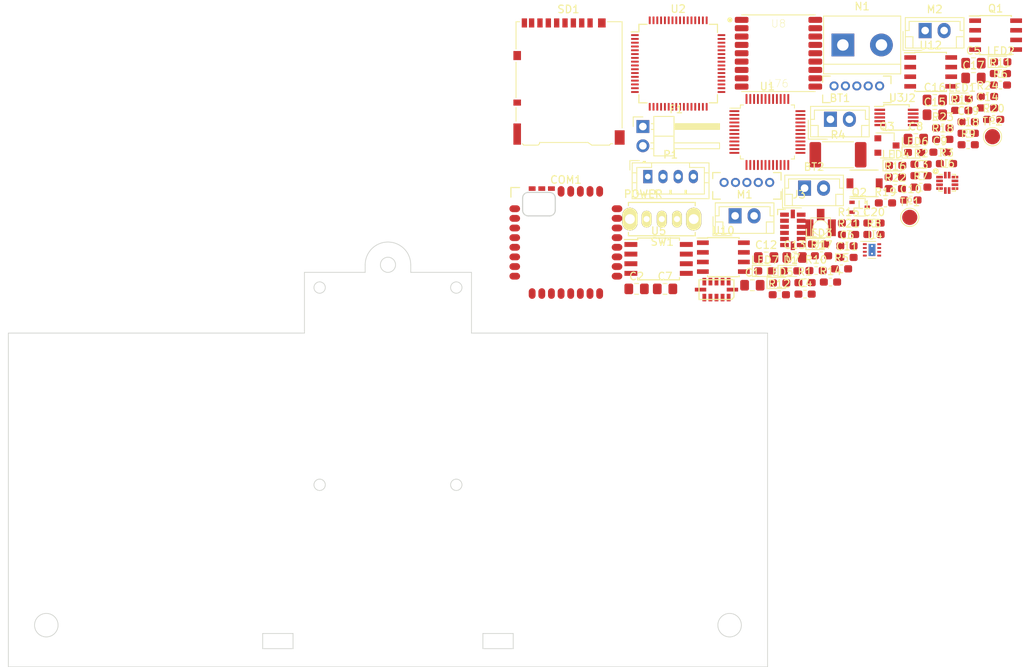
<source format=kicad_pcb>
(kicad_pcb (version 20171130) (host pcbnew "(5.0.0)")
  (layers (0 F.Cu signal) (31 B.Cu signal) (34 B.Paste user) (35 F.Paste user) (36 B.SilkS user) (37 F.SilkS user) (38 B.Mask user) (39 F.Mask user) (44 Edge.Cuts user))
  (net 0 "")
  (net 1 "Net-(L1-Pad1)")
  (net 2 +3V3)
  (net 3 "Net-(U9-Pad7)")
  (net 4 /SDA)
  (net 5 /SCL)
  (net 6 "Net-(R8-Pad1)")
  (net 7 "Net-(J1-Pad1)")
  (net 8 "Net-(COM1-Pad1)")
  (net 9 "Net-(COM1-Pad2)")
  (net 10 "Net-(COM1-Pad3)")
  (net 11 "Net-(COM1-Pad4)")
  (net 12 "Net-(COM1-Pad6)")
  (net 13 "Net-(COM1-Pad7)")
  (net 14 /STM←COM)
  (net 15 /STM→COM)
  (net 16 "Net-(COM1-Pad10)")
  (net 17 "Net-(COM1-Pad11)")
  (net 18 "Net-(COM1-Pad12)")
  (net 19 "Net-(COM1-Pad13)")
  (net 20 "Net-(COM1-Pad14)")
  (net 21 "Net-(COM1-Pad15)")
  (net 22 "Net-(COM1-Pad16)")
  (net 23 "Net-(COM1-Pad17)")
  (net 24 "Net-(COM1-Pad18)")
  (net 25 "Net-(COM1-Pad19)")
  (net 26 "Net-(COM1-Pad21)")
  (net 27 "Net-(COM1-Pad22)")
  (net 28 "Net-(COM1-Pad23)")
  (net 29 "Net-(COM1-Pad24)")
  (net 30 "Net-(COM1-Pad25)")
  (net 31 "Net-(COM1-Pad26)")
  (net 32 "Net-(COM1-Pad27)")
  (net 33 "Net-(COM1-Pad29)")
  (net 34 /TX_F)
  (net 35 /RX_F)
  (net 36 /SWCLK_F)
  (net 37 /SWDIO_F)
  (net 38 /SWDIO_L)
  (net 39 /SWCLK_L)
  (net 40 /RX_L)
  (net 41 /TX_L)
  (net 42 "Net-(Q1-Pad2)")
  (net 43 "Net-(U7-Pad3)")
  (net 44 "Net-(U7-Pad11)")
  (net 45 "Net-(U7-Pad9)")
  (net 46 "Net-(U7-Pad10)")
  (net 47 "Net-(U7-Pad8)")
  (net 48 "Net-(U6-Pad7)")
  (net 49 "Net-(C10-Pad1)")
  (net 50 "Net-(U6-Pad11)")
  (net 51 "Net-(U6-Pad12)")
  (net 52 /STM←GNSS)
  (net 53 /STM→GNSS)
  (net 54 "Net-(R7-Pad1)")
  (net 55 "Net-(U8-Pad5)")
  (net 56 +4V)
  (net 57 "Net-(U8-Pad9)")
  (net 58 "Net-(U8-Pad13)")
  (net 59 "Net-(U8-Pad14)")
  (net 60 "Net-(U8-Pad18)")
  (net 61 "Net-(N1-Pad1)")
  (net 62 "Net-(Q1-Pad7)")
  (net 63 +BATT)
  (net 64 /DAT3)
  (net 65 "Net-(R20-Pad2)")
  (net 66 "Net-(LED5-Pad2)")
  (net 67 /LED_TX)
  (net 68 "Net-(Q1-Pad1)")
  (net 69 "Net-(R5-Pad1)")
  (net 70 "Net-(LED7-Pad2)")
  (net 71 /FlightPin)
  (net 72 "Net-(Q2-Pad1)")
  (net 73 "Net-(LED2-Pad2)")
  (net 74 "Net-(LED3-Pad2)")
  (net 75 /LED_L0)
  (net 76 "Net-(LED6-Pad2)")
  (net 77 "Net-(LED4-Pad2)")
  (net 78 /LED_F2)
  (net 79 "Net-(R6-Pad2)")
  (net 80 "Net-(R1-Pad1)")
  (net 81 "Net-(LED1-Pad2)")
  (net 82 /SCLK)
  (net 83 "Net-(R24-Pad2)")
  (net 84 /DAT1)
  (net 85 /DAT0)
  (net 86 /CMD)
  (net 87 /DAT2)
  (net 88 /Nichrome)
  (net 89 "Net-(Q3-Pad1)")
  (net 90 /CS)
  (net 91 /MISO)
  (net 92 /MOSI)
  (net 93 /CLK)
  (net 94 "Net-(M2-Pad1)")
  (net 95 /MotorR_1)
  (net 96 /MotorR_0)
  (net 97 "Net-(M2-Pad2)")
  (net 98 "Net-(M1-Pad2)")
  (net 99 /MotorL_0)
  (net 100 /MotorL_1)
  (net 101 "Net-(M1-Pad1)")
  (net 102 "Net-(BT2-Pad1)")
  (net 103 "Net-(LED1-Pad1)")
  (net 104 "Net-(U2-Pad2)")
  (net 105 "Net-(U2-Pad3)")
  (net 106 "Net-(U2-Pad4)")
  (net 107 "Net-(U2-Pad5)")
  (net 108 "Net-(U2-Pad6)")
  (net 109 "Net-(U2-Pad7)")
  (net 110 "Net-(U2-Pad8)")
  (net 111 "Net-(U2-Pad9)")
  (net 112 "Net-(U2-Pad10)")
  (net 113 "Net-(U2-Pad11)")
  (net 114 "Net-(U2-Pad14)")
  (net 115 "Net-(U2-Pad15)")
  (net 116 "Net-(U2-Pad16)")
  (net 117 "Net-(U2-Pad17)")
  (net 118 "Net-(U2-Pad20)")
  (net 119 "Net-(U2-Pad21)")
  (net 120 "Net-(U2-Pad22)")
  (net 121 "Net-(U2-Pad23)")
  (net 122 "Net-(U2-Pad24)")
  (net 123 "Net-(U2-Pad25)")
  (net 124 "Net-(U2-Pad26)")
  (net 125 "Net-(U2-Pad27)")
  (net 126 /SUB_EN)
  (net 127 /MAIN→SUB)
  (net 128 /MAIN←SUB)
  (net 129 "Net-(C18-Pad1)")
  (net 130 "Net-(U2-Pad34)")
  (net 131 "Net-(U2-Pad35)")
  (net 132 "Net-(U2-Pad36)")
  (net 133 /STM→CAM)
  (net 134 /STM←CAM)
  (net 135 "Net-(U2-Pad41)")
  (net 136 "Net-(U2-Pad44)")
  (net 137 "Net-(U2-Pad45)")
  (net 138 "Net-(C19-Pad1)")
  (net 139 "Net-(U2-Pad50)")
  (net 140 "Net-(U2-Pad55)")
  (net 141 "Net-(U2-Pad56)")
  (net 142 "Net-(U2-Pad57)")
  (net 143 "Net-(U2-Pad58)")
  (net 144 "Net-(U2-Pad59)")
  (net 145 "Net-(U2-Pad61)")
  (net 146 "Net-(U2-Pad62)")
  (net 147 "Net-(U1-Pad5)")
  (net 148 "Net-(U1-Pad6)")
  (net 149 "Net-(U1-Pad7)")
  (net 150 "Net-(U1-Pad14)")
  (net 151 "Net-(U1-Pad15)")
  (net 152 "Net-(U1-Pad20)")
  (net 153 "Net-(U1-Pad29)")
  (net 154 "Net-(U1-Pad32)")
  (net 155 "Net-(U1-Pad33)")
  (net 156 "Net-(U1-Pad38)")
  (net 157 "Net-(U1-Pad41)")
  (net 158 "Net-(U1-Pad45)")
  (net 159 "Net-(U1-Pad46)")
  (net 160 "Net-(BT1-Pad1)")
  (module Capacitor_SMD:C_0603_1608Metric_Pad1.05x0.95mm_HandSolder (layer F.Cu) (at 168.965001 41.325001)
    (fp_text reference C14 (at 0 -1.43) (layer F.SilkS))
    (fp_text value 0.1u)
    (pad 2 smd roundrect (at 0.875 0) (size 1.05 0.95) (layers F.Cu F.Paste F.Mask) (net 2 +3V3))
    (pad 1 smd roundrect (at -0.875 0) (size 1.05 0.95) (layers F.Cu F.Paste F.Mask) (net 2 +3V3))
  )
  (module Capacitor_SMD:C_0603_1608Metric_Pad1.05x0.95mm_HandSolder (layer F.Cu) (at 160.215001 50.255001)
    (fp_text reference C3 (at 0 -1.43) (layer F.SilkS))
    (fp_text value 0.1u)
    (pad 1 smd roundrect (at -0.875 0) (size 1.05 0.95) (layers F.Cu F.Paste F.Mask) (net 2 +3V3))
    (pad 2 smd roundrect (at 0.875 0) (size 1.05 0.95) (layers F.Cu F.Paste F.Mask) (net 2 +3V3))
  )
  (module Capacitor_SMD:C_0603_1608Metric_Pad1.05x0.95mm_HandSolder (layer F.Cu) (at 144.935001 65.865001)
    (fp_text reference C4 (at 0 -1.43) (layer F.SilkS))
    (fp_text value 0.1u)
    (pad 2 smd roundrect (at 0.875 0) (size 1.05 0.95) (layers F.Cu F.Paste F.Mask) (net 2 +3V3))
    (pad 1 smd roundrect (at -0.875 0) (size 1.05 0.95) (layers F.Cu F.Paste F.Mask) (net 2 +3V3))
  )
  (module Capacitor_SMD:C_0603_1608Metric_Pad1.05x0.95mm_HandSolder (layer F.Cu) (at 150.455001 59.515001)
    (fp_text reference C6 (at 0 -1.43) (layer F.SilkS))
    (fp_text value 0.1u)
    (pad 1 smd roundrect (at -0.875 0) (size 1.05 0.95) (layers F.Cu F.Paste F.Mask) (net 56 +4V))
    (pad 2 smd roundrect (at 0.875 0) (size 1.05 0.95) (layers F.Cu F.Paste F.Mask) (net 2 +3V3))
  )
  (module Capacitor_SMD:C_0603_1608Metric_Pad1.05x0.95mm_HandSolder (layer F.Cu) (at 154.015001 56.495001)
    (fp_text reference C20 (at 0 -1.43) (layer F.SilkS))
    (fp_text value 0.1u)
    (pad 2 smd roundrect (at 0.875 0) (size 1.05 0.95) (layers F.Cu F.Paste F.Mask) (net 2 +3V3))
    (pad 1 smd roundrect (at -0.875 0) (size 1.05 0.95) (layers F.Cu F.Paste F.Mask) (net 2 +3V3))
  )
  (module Capacitor_SMD:C_0603_1608Metric_Pad1.05x0.95mm_HandSolder (layer F.Cu) (at 166.425001 43.155001)
    (fp_text reference C19 (at 0 -1.43) (layer F.SilkS))
    (fp_text value 2.2u)
    (pad 1 smd roundrect (at -0.875 0) (size 1.05 0.95) (layers F.Cu F.Paste F.Mask) (net 138 "Net-(C19-Pad1)"))
    (pad 2 smd roundrect (at 0.875 0) (size 1.05 0.95) (layers F.Cu F.Paste F.Mask) (net 2 +3V3))
  )
  (module Capacitor_SMD:C_0603_1608Metric_Pad1.05x0.95mm_HandSolder (layer F.Cu) (at 166.425001 44.665001)
    (fp_text reference C18 (at 0 -1.43) (layer F.SilkS))
    (fp_text value 2.2u)
    (pad 2 smd roundrect (at 0.875 0) (size 1.05 0.95) (layers F.Cu F.Paste F.Mask) (net 2 +3V3))
    (pad 1 smd roundrect (at -0.875 0) (size 1.05 0.95) (layers F.Cu F.Paste F.Mask) (net 129 "Net-(C18-Pad1)"))
  )
  (module Capacitor_SMD:C_0603_1608Metric_Pad1.05x0.95mm_HandSolder (layer F.Cu) (at 150.455001 61.025001)
    (fp_text reference C11 (at 0 -1.43) (layer F.SilkS))
    (fp_text value 0.1u)
    (pad 1 smd roundrect (at -0.875 0) (size 1.05 0.95) (layers F.Cu F.Paste F.Mask) (net 2 +3V3))
    (pad 2 smd roundrect (at 0.875 0) (size 1.05 0.95) (layers F.Cu F.Paste F.Mask) (net 2 +3V3))
  )
  (module Capacitor_SMD:C_0603_1608Metric_Pad1.05x0.95mm_HandSolder (layer F.Cu) (at 158.875001 53.465001)
    (fp_text reference C10 (at 0 -1.43) (layer F.SilkS))
    (fp_text value 0.1u)
    (pad 2 smd roundrect (at 0.875 0) (size 1.05 0.95) (layers F.Cu F.Paste F.Mask) (net 2 +3V3))
    (pad 1 smd roundrect (at -0.875 0) (size 1.05 0.95) (layers F.Cu F.Paste F.Mask) (net 49 "Net-(C10-Pad1)"))
  )
  (module Capacitor_SMD:C_0603_1608Metric_Pad1.05x0.95mm_HandSolder (layer F.Cu) (at 162.715001 47.155001)
    (fp_text reference C9 (at 0 -1.43) (layer F.SilkS))
    (fp_text value 0.1u)
    (pad 1 smd roundrect (at -0.875 0) (size 1.05 0.95) (layers F.Cu F.Paste F.Mask) (net 2 +3V3))
    (pad 2 smd roundrect (at 0.875 0) (size 1.05 0.95) (layers F.Cu F.Paste F.Mask) (net 2 +3V3))
  )
  (module Capacitor_SMD:C_0805_2012Metric_Pad1.15x1.40mm_HandSolder (layer F.Cu) (at 162.025001 40.275001)
    (fp_text reference C16 (at 0 -1.65) (layer F.SilkS))
    (fp_text value 1u)
    (pad 2 smd roundrect (at 1.025 0) (size 1.15 1.4) (layers F.Cu F.Paste F.Mask) (roundrect_rratio 0.217391) (net 2 +3V3))
    (pad 1 smd roundrect (at -1.025 0) (size 1.15 1.4) (layers F.Cu F.Paste F.Mask) (roundrect_rratio 0.217391) (net 2 +3V3))
  )
  (module Capacitor_SMD:C_0805_2012Metric_Pad1.15x1.40mm_HandSolder (layer F.Cu) (at 162.025001 42.225001)
    (fp_text reference C15 (at 0 -1.65) (layer F.SilkS))
    (fp_text value 4.7u)
    (pad 1 smd roundrect (at -1.025 0) (size 1.15 1.4) (layers F.Cu F.Paste F.Mask) (roundrect_rratio 0.217391) (net 2 +3V3))
    (pad 2 smd roundrect (at 1.025 0) (size 1.15 1.4) (layers F.Cu F.Paste F.Mask) (roundrect_rratio 0.217391) (net 2 +3V3))
  )
  (module Capacitor_SMD:C_0805_2012Metric_Pad1.15x1.40mm_HandSolder (layer F.Cu) (at 143.555001 61.035001)
    (fp_text reference C13 (at 0 -1.65) (layer F.SilkS))
    (fp_text value 10u)
    (pad 2 smd roundrect (at 1.025 0) (size 1.15 1.4) (layers F.Cu F.Paste F.Mask) (roundrect_rratio 0.217391) (net 2 +3V3))
    (pad 1 smd roundrect (at -1.025 0) (size 1.15 1.4) (layers F.Cu F.Paste F.Mask) (roundrect_rratio 0.217391) (net 2 +3V3))
  )
  (module Capacitor_SMD:C_0805_2012Metric_Pad1.15x1.40mm_HandSolder (layer F.Cu) (at 139.805001 61.035001)
    (fp_text reference C12 (at 0 -1.65) (layer F.SilkS))
    (fp_text value 10u)
    (pad 1 smd roundrect (at -1.025 0) (size 1.15 1.4) (layers F.Cu F.Paste F.Mask) (roundrect_rratio 0.217391) (net 63 +BATT))
    (pad 2 smd roundrect (at 1.025 0) (size 1.15 1.4) (layers F.Cu F.Paste F.Mask) (roundrect_rratio 0.217391) (net 2 +3V3))
  )
  (module Capacitor_SMD:C_0805_2012Metric_Pad1.15x1.40mm_HandSolder (layer F.Cu) (at 159.525001 45.425001)
    (fp_text reference C8 (at 0 -1.65) (layer F.SilkS))
    (fp_text value 1u)
    (pad 2 smd roundrect (at 1.025 0) (size 1.15 1.4) (layers F.Cu F.Paste F.Mask) (roundrect_rratio 0.217391) (net 2 +3V3))
    (pad 1 smd roundrect (at -1.025 0) (size 1.15 1.4) (layers F.Cu F.Paste F.Mask) (roundrect_rratio 0.217391) (net 2 +3V3))
  )
  (module Capacitor_SMD:C_0805_2012Metric_Pad1.15x1.40mm_HandSolder (layer F.Cu) (at 167.115001 37.375001)
    (fp_text reference C17 (at 0 -1.65) (layer F.SilkS))
    (fp_text value 10u)
    (pad 1 smd roundrect (at -1.025 0) (size 1.15 1.4) (layers F.Cu F.Paste F.Mask) (roundrect_rratio 0.217391) (net 63 +BATT))
    (pad 2 smd roundrect (at 1.025 0) (size 1.15 1.4) (layers F.Cu F.Paste F.Mask) (roundrect_rratio 0.217391) (net 2 +3V3))
  )
  (module Capacitor_SMD:C_0805_2012Metric_Pad1.15x1.40mm_HandSolder (layer F.Cu) (at 167.115001 35.425001)
    (fp_text reference C5 (at 0 -1.65) (layer F.SilkS))
    (fp_text value 4.7u)
    (pad 2 smd roundrect (at 1.025 0) (size 1.15 1.4) (layers F.Cu F.Paste F.Mask) (roundrect_rratio 0.217391) (net 2 +3V3))
    (pad 1 smd roundrect (at -1.025 0) (size 1.15 1.4) (layers F.Cu F.Paste F.Mask) (roundrect_rratio 0.217391) (net 2 +3V3))
  )
  (module Capacitor_SMD:C_0805_2012Metric_Pad1.15x1.40mm_HandSolder (layer F.Cu) (at 122.745001 65.175001)
    (fp_text reference C2 (at 0 -1.65) (layer F.SilkS))
    (fp_text value 22u)
    (pad 1 smd roundrect (at -1.025 0) (size 1.15 1.4) (layers F.Cu F.Paste F.Mask) (roundrect_rratio 0.217391) (net 2 +3V3))
    (pad 2 smd roundrect (at 1.025 0) (size 1.15 1.4) (layers F.Cu F.Paste F.Mask) (roundrect_rratio 0.217391) (net 2 +3V3))
  )
  (module Capacitor_SMD:C_0805_2012Metric_Pad1.15x1.40mm_HandSolder (layer F.Cu) (at 137.995001 64.695001)
    (fp_text reference C1 (at 0 -1.65) (layer F.SilkS))
    (fp_text value 22u)
    (pad 2 smd roundrect (at 1.025 0) (size 1.15 1.4) (layers F.Cu F.Paste F.Mask) (roundrect_rratio 0.217391) (net 63 +BATT))
    (pad 1 smd roundrect (at -1.025 0) (size 1.15 1.4) (layers F.Cu F.Paste F.Mask) (roundrect_rratio 0.217391) (net 2 +3V3))
  )
  (module Capacitor_SMD:C_0805_2012Metric_Pad1.15x1.40mm_HandSolder (layer F.Cu) (at 126.495001 65.175001)
    (fp_text reference C7 (at 0 -1.65) (layer F.SilkS))
    (fp_text value 10u)
    (pad 1 smd roundrect (at -1.025 0) (size 1.15 1.4) (layers F.Cu F.Paste F.Mask) (roundrect_rratio 0.217391) (net 56 +4V))
    (pad 2 smd roundrect (at 1.025 0) (size 1.15 1.4) (layers F.Cu F.Paste F.Mask) (roundrect_rratio 0.217391) (net 2 +3V3))
  )
  (module Connector_Card:microSD_HC_Hirose_DM3AT-SF-PEJM5 (layer F.Cu) (at 113.845001 37.845001)
    (fp_text reference SD1 (at -0.075 -9.525) (layer F.SilkS))
    (fp_text value microSD)
    (pad 9 smd rect (at -5.875 -7.725) (size 0.7 1.2) (layers F.Cu F.Paste F.Mask))
    (pad 8 smd rect (at -4.925 -7.725) (size 0.7 1.2) (layers F.Cu F.Paste F.Mask) (net 84 /DAT1))
    (pad 1 smd rect (at 2.775 -7.725) (size 0.7 1.2) (layers F.Cu F.Paste F.Mask) (net 87 /DAT2))
    (pad 2 smd rect (at 1.675 -7.725) (size 0.7 1.2) (layers F.Cu F.Paste F.Mask) (net 64 /DAT3))
    (pad 3 smd rect (at 0.575 -7.725) (size 0.7 1.2) (layers F.Cu F.Paste F.Mask) (net 86 /CMD))
    (pad 4 smd rect (at -0.525 -7.725) (size 0.7 1.2) (layers F.Cu F.Paste F.Mask) (net 2 +3V3))
    (pad 5 smd rect (at -1.625 -7.725) (size 0.7 1.2) (layers F.Cu F.Paste F.Mask) (net 82 /SCLK))
    (pad 6 smd rect (at -2.725 -7.725) (size 0.7 1.2) (layers F.Cu F.Paste F.Mask) (net 2 +3V3))
    (pad 7 smd rect (at -3.825 -7.725) (size 0.7 1.2) (layers F.Cu F.Paste F.Mask) (net 85 /DAT0))
    (pad 11 smd rect (at 4.325 -7.725) (size 1 1.2) (layers F.Cu F.Paste F.Mask))
    (pad 11 smd rect (at -6.825 -3.425) (size 1 1.2) (layers F.Cu F.Paste F.Mask))
    (pad 10 smd rect (at -6.825 2.775) (size 1 0.8) (layers F.Cu F.Paste F.Mask))
    (pad 11 smd rect (at -6.825 6.925) (size 1 2.8) (layers F.Cu F.Paste F.Mask))
    (pad 11 smd rect (at 6.675 7.375) (size 1.3 1.9) (layers F.Cu F.Paste F.Mask))
  )
  (module Connector_JST:JST_EH_B02B-EH-A_1x02_P2.50mm_Vertical (layer F.Cu) (at 135.725001 55.545001)
    (fp_text reference M1 (at 1.25 -2.8) (layer F.SilkS))
    (fp_text value Motor_L)
    (pad 2 thru_hole oval (at 2.5 0) (size 1.7 2) (drill 1) (layers *.Cu *.Mask) (net 98 "Net-(M1-Pad2)"))
    (pad 1 thru_hole rect (at 0 0) (size 1.7 2) (drill 1) (layers *.Cu *.Mask) (net 101 "Net-(M1-Pad1)"))
  )
  (module Connector_JST:JST_EH_B02B-EH-A_1x02_P2.50mm_Vertical (layer F.Cu) (at 160.755001 31.125001)
    (fp_text reference M2 (at 1.25 -2.8) (layer F.SilkS))
    (fp_text value Motor_R)
    (pad 1 thru_hole rect (at 0 0) (size 1.7 2) (drill 1) (layers *.Cu *.Mask) (net 94 "Net-(M2-Pad1)"))
    (pad 2 thru_hole oval (at 2.5 0) (size 1.7 2) (drill 1) (layers *.Cu *.Mask) (net 97 "Net-(M2-Pad2)"))
  )
  (module Connector_JST:JST_EH_B02B-EH-A_1x02_P2.50mm_Vertical (layer F.Cu) (at 144.875001 51.895001)
    (fp_text reference BT2 (at 1.25 -2.8) (layer F.SilkS))
    (fp_text value battery)
    (pad 2 thru_hole oval (at 2.5 0) (size 1.7 2) (drill 1) (layers *.Cu *.Mask) (net 2 +3V3))
    (pad 1 thru_hole rect (at 0 0) (size 1.7 2) (drill 1) (layers *.Cu *.Mask) (net 102 "Net-(BT2-Pad1)"))
  )
  (module Connector_JST:JST_EH_B02B-EH-A_1x02_P2.50mm_Vertical (layer F.Cu) (at 148.275001 42.825001)
    (fp_text reference BT1 (at 1.25 -2.8) (layer F.SilkS))
    (fp_text value battery)
    (pad 1 thru_hole rect (at 0 0) (size 1.7 2) (drill 1) (layers *.Cu *.Mask) (net 160 "Net-(BT1-Pad1)"))
    (pad 2 thru_hole oval (at 2.5 0) (size 1.7 2) (drill 1) (layers *.Cu *.Mask) (net 160 "Net-(BT1-Pad1)"))
  )
  (module Connector_JST:JST_PH_B4B-PH-K_1x04_P2.00mm_Vertical (layer F.Cu) (at 124.225001 50.375001)
    (fp_text reference P1 (at 3 -2.9) (layer F.SilkS))
    (fp_text value C1098)
    (pad 1 thru_hole rect (at 0 0) (size 1.2 1.75) (drill 0.75) (layers *.Cu *.Mask) (net 2 +3V3))
    (pad 2 thru_hole oval (at 2 0) (size 1.2 1.75) (drill 0.75) (layers *.Cu *.Mask) (net 134 /STM←CAM))
    (pad 3 thru_hole oval (at 4 0) (size 1.2 1.75) (drill 0.75) (layers *.Cu *.Mask) (net 133 /STM→CAM))
    (pad 4 thru_hole oval (at 6 0) (size 1.2 1.75) (drill 0.75) (layers *.Cu *.Mask) (net 2 +3V3))
  )
  (module Connector_PinHeader_2.54mm:PinHeader_1x02_P2.54mm_Horizontal (layer F.Cu) (at 123.575001 43.775001)
    (fp_text reference F1 (at 4.385 -2.27) (layer F.SilkS))
    (fp_text value FLIGHT_PIN)
    (pad 1 thru_hole rect (at 0 0) (size 1.7 1.7) (drill 1) (layers *.Cu *.Mask) (net 71 /FlightPin))
    (pad 2 thru_hole oval (at 0 2.54) (size 1.7 1.7) (drill 1) (layers *.Cu *.Mask) (net 2 +3V3))
  )
  (module Diode_SMD:D_0603_1608Metric_Pad1.05x0.95mm_HandSolder (layer F.Cu) (at 143.040001 62.805001)
    (fp_text reference D1 (at 0 -1.43) (layer F.SilkS))
    (fp_text value D_Small)
    (pad 1 smd roundrect (at -0.875 0) (size 1.05 0.95) (layers F.Cu F.Paste F.Mask) (net 56 +4V))
    (pad 2 smd roundrect (at 0.875 0) (size 1.05 0.95) (layers F.Cu F.Paste F.Mask) (net 160 "Net-(BT1-Pad1)"))
  )
  (module LED_SMD:LED_0603_1608Metric_Pad1.05x0.95mm_HandSolder (layer F.Cu) (at 165.620001 40.095001)
    (fp_text reference LED1 (at 0 -1.43) (layer F.SilkS))
    (fp_text value Alert)
    (pad 1 smd roundrect (at -0.875 0) (size 1.05 0.95) (layers F.Cu F.Paste F.Mask) (net 103 "Net-(LED1-Pad1)"))
    (pad 2 smd roundrect (at 0.875 0) (size 1.05 0.95) (layers F.Cu F.Paste F.Mask) (net 81 "Net-(LED1-Pad2)"))
  )
  (module LED_SMD:LED_0603_1608Metric_Pad1.05x0.95mm_HandSolder (layer F.Cu) (at 170.710001 35.245001)
    (fp_text reference LED2 (at 0 -1.43) (layer F.SilkS))
    (fp_text value P)
    (pad 2 smd roundrect (at 0.875 0) (size 1.05 0.95) (layers F.Cu F.Paste F.Mask) (net 73 "Net-(LED2-Pad2)"))
    (pad 1 smd roundrect (at -0.875 0) (size 1.05 0.95) (layers F.Cu F.Paste F.Mask) (net 2 +3V3))
  )
  (module LED_SMD:LED_0603_1608Metric_Pad1.05x0.95mm_HandSolder (layer F.Cu) (at 146.710001 59.265001)
    (fp_text reference LED3 (at 0 -1.43) (layer F.SilkS))
    (fp_text value L0)
    (pad 1 smd roundrect (at -0.875 0) (size 1.05 0.95) (layers F.Cu F.Paste F.Mask) (net 2 +3V3))
    (pad 2 smd roundrect (at 0.875 0) (size 1.05 0.95) (layers F.Cu F.Paste F.Mask) (net 74 "Net-(LED3-Pad2)"))
  )
  (module LED_SMD:LED_0603_1608Metric_Pad1.05x0.95mm_HandSolder (layer F.Cu) (at 156.870001 48.895001)
    (fp_text reference LED4 (at 0 -1.43) (layer F.SilkS))
    (fp_text value F2)
    (pad 2 smd roundrect (at 0.875 0) (size 1.05 0.95) (layers F.Cu F.Paste F.Mask) (net 77 "Net-(LED4-Pad2)"))
    (pad 1 smd roundrect (at -0.875 0) (size 1.05 0.95) (layers F.Cu F.Paste F.Mask) (net 2 +3V3))
  )
  (module LED_SMD:LED_0603_1608Metric_Pad1.05x0.95mm_HandSolder (layer F.Cu) (at 141.590001 64.395001)
    (fp_text reference LED5 (at 0 -1.43) (layer F.SilkS))
    (fp_text value TX)
    (pad 1 smd roundrect (at -0.875 0) (size 1.05 0.95) (layers F.Cu F.Paste F.Mask) (net 2 +3V3))
    (pad 2 smd roundrect (at 0.875 0) (size 1.05 0.95) (layers F.Cu F.Paste F.Mask) (net 66 "Net-(LED5-Pad2)"))
  )
  (module LED_SMD:LED_0603_1608Metric_Pad1.05x0.95mm_HandSolder (layer F.Cu) (at 159.370001 47.195001)
    (fp_text reference LED6 (at 0 -1.43) (layer F.SilkS))
    (fp_text value Nichrome)
    (pad 2 smd roundrect (at 0.875 0) (size 1.05 0.95) (layers F.Cu F.Paste F.Mask) (net 76 "Net-(LED6-Pad2)"))
    (pad 1 smd roundrect (at -0.875 0) (size 1.05 0.95) (layers F.Cu F.Paste F.Mask) (net 2 +3V3))
  )
  (module LED_SMD:LED_0603_1608Metric_Pad1.05x0.95mm_HandSolder (layer F.Cu) (at 139.650001 62.805001)
    (fp_text reference LED7 (at 0 -1.43) (layer F.SilkS))
    (fp_text value 1PPS)
    (pad 1 smd roundrect (at -0.875 0) (size 1.05 0.95) (layers F.Cu F.Paste F.Mask) (net 2 +3V3))
    (pad 2 smd roundrect (at 0.875 0) (size 1.05 0.95) (layers F.Cu F.Paste F.Mask) (net 70 "Net-(LED7-Pad2)"))
  )
  (module Package_QFP:LQFP-48_7x7mm_P0.5mm (layer F.Cu) (at 139.975001 44.495001)
    (fp_text reference U1 (at 0 -6) (layer F.SilkS))
    (fp_text value STM32L081CBTx)
    (pad 1 smd rect (at -4.35 -2.75) (size 1.3 0.25) (layers F.Cu F.Paste F.Mask) (net 2 +3V3))
    (pad 2 smd rect (at -4.35 -2.25) (size 1.3 0.25) (layers F.Cu F.Paste F.Mask) (net 88 /Nichrome))
    (pad 3 smd rect (at -4.35 -1.75) (size 1.3 0.25) (layers F.Cu F.Paste F.Mask) (net 71 /FlightPin))
    (pad 4 smd rect (at -4.35 -1.25) (size 1.3 0.25) (layers F.Cu F.Paste F.Mask) (net 126 /SUB_EN))
    (pad 5 smd rect (at -4.35 -0.75) (size 1.3 0.25) (layers F.Cu F.Paste F.Mask) (net 147 "Net-(U1-Pad5)"))
    (pad 6 smd rect (at -4.35 -0.25) (size 1.3 0.25) (layers F.Cu F.Paste F.Mask) (net 148 "Net-(U1-Pad6)"))
    (pad 7 smd rect (at -4.35 0.25) (size 1.3 0.25) (layers F.Cu F.Paste F.Mask) (net 149 "Net-(U1-Pad7)"))
    (pad 8 smd rect (at -4.35 0.75) (size 1.3 0.25) (layers F.Cu F.Paste F.Mask) (net 2 +3V3))
    (pad 9 smd rect (at -4.35 1.25) (size 1.3 0.25) (layers F.Cu F.Paste F.Mask) (net 2 +3V3))
    (pad 10 smd rect (at -4.35 1.75) (size 1.3 0.25) (layers F.Cu F.Paste F.Mask) (net 127 /MAIN→SUB))
    (pad 11 smd rect (at -4.35 2.25) (size 1.3 0.25) (layers F.Cu F.Paste F.Mask) (net 128 /MAIN←SUB))
    (pad 12 smd rect (at -4.35 2.75) (size 1.3 0.25) (layers F.Cu F.Paste F.Mask) (net 53 /STM→GNSS))
    (pad 13 smd rect (at -2.75 4.35 90) (size 1.3 0.25) (layers F.Cu F.Paste F.Mask) (net 52 /STM←GNSS))
    (pad 14 smd rect (at -2.25 4.35 90) (size 1.3 0.25) (layers F.Cu F.Paste F.Mask) (net 150 "Net-(U1-Pad14)"))
    (pad 15 smd rect (at -1.75 4.35 90) (size 1.3 0.25) (layers F.Cu F.Paste F.Mask) (net 151 "Net-(U1-Pad15)"))
    (pad 16 smd rect (at -1.25 4.35 90) (size 1.3 0.25) (layers F.Cu F.Paste F.Mask) (net 99 /MotorL_0))
    (pad 17 smd rect (at -0.75 4.35 90) (size 1.3 0.25) (layers F.Cu F.Paste F.Mask) (net 100 /MotorL_1))
    (pad 18 smd rect (at -0.25 4.35 90) (size 1.3 0.25) (layers F.Cu F.Paste F.Mask) (net 96 /MotorR_0))
    (pad 19 smd rect (at 0.25 4.35 90) (size 1.3 0.25) (layers F.Cu F.Paste F.Mask) (net 95 /MotorR_1))
    (pad 20 smd rect (at 0.75 4.35 90) (size 1.3 0.25) (layers F.Cu F.Paste F.Mask) (net 152 "Net-(U1-Pad20)"))
    (pad 21 smd rect (at 1.25 4.35 90) (size 1.3 0.25) (layers F.Cu F.Paste F.Mask) (net 67 /LED_TX))
    (pad 22 smd rect (at 1.75 4.35 90) (size 1.3 0.25) (layers F.Cu F.Paste F.Mask) (net 75 /LED_L0))
    (pad 23 smd rect (at 2.25 4.35 90) (size 1.3 0.25) (layers F.Cu F.Paste F.Mask) (net 2 +3V3))
    (pad 24 smd rect (at 2.75 4.35 90) (size 1.3 0.25) (layers F.Cu F.Paste F.Mask) (net 2 +3V3))
    (pad 25 smd rect (at 4.35 2.75) (size 1.3 0.25) (layers F.Cu F.Paste F.Mask) (net 90 /CS))
    (pad 26 smd rect (at 4.35 2.25) (size 1.3 0.25) (layers F.Cu F.Paste F.Mask) (net 93 /CLK))
    (pad 27 smd rect (at 4.35 1.75) (size 1.3 0.25) (layers F.Cu F.Paste F.Mask) (net 91 /MISO))
    (pad 28 smd rect (at 4.35 1.25) (size 1.3 0.25) (layers F.Cu F.Paste F.Mask) (net 92 /MOSI))
    (pad 29 smd rect (at 4.35 0.75) (size 1.3 0.25) (layers F.Cu F.Paste F.Mask) (net 153 "Net-(U1-Pad29)"))
    (pad 30 smd rect (at 4.35 0.25) (size 1.3 0.25) (layers F.Cu F.Paste F.Mask) (net 5 /SCL))
    (pad 31 smd rect (at 4.35 -0.25) (size 1.3 0.25) (layers F.Cu F.Paste F.Mask) (net 4 /SDA))
    (pad 32 smd rect (at 4.35 -0.75) (size 1.3 0.25) (layers F.Cu F.Paste F.Mask) (net 154 "Net-(U1-Pad32)"))
    (pad 33 smd rect (at 4.35 -1.25) (size 1.3 0.25) (layers F.Cu F.Paste F.Mask) (net 155 "Net-(U1-Pad33)"))
    (pad 34 smd rect (at 4.35 -1.75) (size 1.3 0.25) (layers F.Cu F.Paste F.Mask) (net 38 /SWDIO_L))
    (pad 35 smd rect (at 4.35 -2.25) (size 1.3 0.25) (layers F.Cu F.Paste F.Mask) (net 2 +3V3))
    (pad 36 smd rect (at 4.35 -2.75) (size 1.3 0.25) (layers F.Cu F.Paste F.Mask) (net 2 +3V3))
    (pad 37 smd rect (at 2.75 -4.35 90) (size 1.3 0.25) (layers F.Cu F.Paste F.Mask) (net 39 /SWCLK_L))
    (pad 38 smd rect (at 2.25 -4.35 90) (size 1.3 0.25) (layers F.Cu F.Paste F.Mask) (net 156 "Net-(U1-Pad38)"))
    (pad 39 smd rect (at 1.75 -4.35 90) (size 1.3 0.25) (layers F.Cu F.Paste F.Mask) (net 41 /TX_L))
    (pad 40 smd rect (at 1.25 -4.35 90) (size 1.3 0.25) (layers F.Cu F.Paste F.Mask) (net 40 /RX_L))
    (pad 41 smd rect (at 0.75 -4.35 90) (size 1.3 0.25) (layers F.Cu F.Paste F.Mask) (net 157 "Net-(U1-Pad41)"))
    (pad 42 smd rect (at 0.25 -4.35 90) (size 1.3 0.25) (layers F.Cu F.Paste F.Mask) (net 15 /STM→COM))
    (pad 43 smd rect (at -0.25 -4.35 90) (size 1.3 0.25) (layers F.Cu F.Paste F.Mask) (net 14 /STM←COM))
    (pad 44 smd rect (at -0.75 -4.35 90) (size 1.3 0.25) (layers F.Cu F.Paste F.Mask) (net 2 +3V3))
    (pad 45 smd rect (at -1.25 -4.35 90) (size 1.3 0.25) (layers F.Cu F.Paste F.Mask) (net 158 "Net-(U1-Pad45)"))
    (pad 46 smd rect (at -1.75 -4.35 90) (size 1.3 0.25) (layers F.Cu F.Paste F.Mask) (net 159 "Net-(U1-Pad46)"))
    (pad 47 smd rect (at -2.25 -4.35 90) (size 1.3 0.25) (layers F.Cu F.Paste F.Mask) (net 2 +3V3))
    (pad 48 smd rect (at -2.75 -4.35 90) (size 1.3 0.25) (layers F.Cu F.Paste F.Mask) (net 2 +3V3))
  )
  (module Package_QFP:LQFP-64_10x10mm_P0.5mm (layer F.Cu) (at 128.225001 35.475001)
    (fp_text reference U2 (at 0 -7.2) (layer F.SilkS))
    (fp_text value STM32F205RFTx)
    (pad 1 smd rect (at -5.7 -3.75) (size 1 0.25) (layers F.Cu F.Paste F.Mask) (net 2 +3V3))
    (pad 2 smd rect (at -5.7 -3.25) (size 1 0.25) (layers F.Cu F.Paste F.Mask) (net 104 "Net-(U2-Pad2)"))
    (pad 3 smd rect (at -5.7 -2.75) (size 1 0.25) (layers F.Cu F.Paste F.Mask) (net 105 "Net-(U2-Pad3)"))
    (pad 4 smd rect (at -5.7 -2.25) (size 1 0.25) (layers F.Cu F.Paste F.Mask) (net 106 "Net-(U2-Pad4)"))
    (pad 5 smd rect (at -5.7 -1.75) (size 1 0.25) (layers F.Cu F.Paste F.Mask) (net 107 "Net-(U2-Pad5)"))
    (pad 6 smd rect (at -5.7 -1.25) (size 1 0.25) (layers F.Cu F.Paste F.Mask) (net 108 "Net-(U2-Pad6)"))
    (pad 7 smd rect (at -5.7 -0.75) (size 1 0.25) (layers F.Cu F.Paste F.Mask) (net 109 "Net-(U2-Pad7)"))
    (pad 8 smd rect (at -5.7 -0.25) (size 1 0.25) (layers F.Cu F.Paste F.Mask) (net 110 "Net-(U2-Pad8)"))
    (pad 9 smd rect (at -5.7 0.25) (size 1 0.25) (layers F.Cu F.Paste F.Mask) (net 111 "Net-(U2-Pad9)"))
    (pad 10 smd rect (at -5.7 0.75) (size 1 0.25) (layers F.Cu F.Paste F.Mask) (net 112 "Net-(U2-Pad10)"))
    (pad 11 smd rect (at -5.7 1.25) (size 1 0.25) (layers F.Cu F.Paste F.Mask) (net 113 "Net-(U2-Pad11)"))
    (pad 12 smd rect (at -5.7 1.75) (size 1 0.25) (layers F.Cu F.Paste F.Mask) (net 2 +3V3))
    (pad 13 smd rect (at -5.7 2.25) (size 1 0.25) (layers F.Cu F.Paste F.Mask) (net 2 +3V3))
    (pad 14 smd rect (at -5.7 2.75) (size 1 0.25) (layers F.Cu F.Paste F.Mask) (net 114 "Net-(U2-Pad14)"))
    (pad 15 smd rect (at -5.7 3.25) (size 1 0.25) (layers F.Cu F.Paste F.Mask) (net 115 "Net-(U2-Pad15)"))
    (pad 16 smd rect (at -5.7 3.75) (size 1 0.25) (layers F.Cu F.Paste F.Mask) (net 116 "Net-(U2-Pad16)"))
    (pad 17 smd rect (at -3.75 5.7 90) (size 1 0.25) (layers F.Cu F.Paste F.Mask) (net 117 "Net-(U2-Pad17)"))
    (pad 18 smd rect (at -3.25 5.7 90) (size 1 0.25) (layers F.Cu F.Paste F.Mask) (net 2 +3V3))
    (pad 19 smd rect (at -2.75 5.7 90) (size 1 0.25) (layers F.Cu F.Paste F.Mask) (net 2 +3V3))
    (pad 20 smd rect (at -2.25 5.7 90) (size 1 0.25) (layers F.Cu F.Paste F.Mask) (net 118 "Net-(U2-Pad20)"))
    (pad 21 smd rect (at -1.75 5.7 90) (size 1 0.25) (layers F.Cu F.Paste F.Mask) (net 119 "Net-(U2-Pad21)"))
    (pad 22 smd rect (at -1.25 5.7 90) (size 1 0.25) (layers F.Cu F.Paste F.Mask) (net 120 "Net-(U2-Pad22)"))
    (pad 23 smd rect (at -0.75 5.7 90) (size 1 0.25) (layers F.Cu F.Paste F.Mask) (net 121 "Net-(U2-Pad23)"))
    (pad 24 smd rect (at -0.25 5.7 90) (size 1 0.25) (layers F.Cu F.Paste F.Mask) (net 122 "Net-(U2-Pad24)"))
    (pad 25 smd rect (at 0.25 5.7 90) (size 1 0.25) (layers F.Cu F.Paste F.Mask) (net 123 "Net-(U2-Pad25)"))
    (pad 26 smd rect (at 0.75 5.7 90) (size 1 0.25) (layers F.Cu F.Paste F.Mask) (net 124 "Net-(U2-Pad26)"))
    (pad 27 smd rect (at 1.25 5.7 90) (size 1 0.25) (layers F.Cu F.Paste F.Mask) (net 125 "Net-(U2-Pad27)"))
    (pad 28 smd rect (at 1.75 5.7 90) (size 1 0.25) (layers F.Cu F.Paste F.Mask) (net 126 /SUB_EN))
    (pad 29 smd rect (at 2.25 5.7 90) (size 1 0.25) (layers F.Cu F.Paste F.Mask) (net 127 /MAIN→SUB))
    (pad 30 smd rect (at 2.75 5.7 90) (size 1 0.25) (layers F.Cu F.Paste F.Mask) (net 128 /MAIN←SUB))
    (pad 31 smd rect (at 3.25 5.7 90) (size 1 0.25) (layers F.Cu F.Paste F.Mask) (net 129 "Net-(C18-Pad1)"))
    (pad 32 smd rect (at 3.75 5.7 90) (size 1 0.25) (layers F.Cu F.Paste F.Mask) (net 2 +3V3))
    (pad 33 smd rect (at 5.7 3.75) (size 1 0.25) (layers F.Cu F.Paste F.Mask) (net 78 /LED_F2))
    (pad 34 smd rect (at 5.7 3.25) (size 1 0.25) (layers F.Cu F.Paste F.Mask) (net 130 "Net-(U2-Pad34)"))
    (pad 35 smd rect (at 5.7 2.75) (size 1 0.25) (layers F.Cu F.Paste F.Mask) (net 131 "Net-(U2-Pad35)"))
    (pad 36 smd rect (at 5.7 2.25) (size 1 0.25) (layers F.Cu F.Paste F.Mask) (net 132 "Net-(U2-Pad36)"))
    (pad 37 smd rect (at 5.7 1.75) (size 1 0.25) (layers F.Cu F.Paste F.Mask) (net 133 /STM→CAM))
    (pad 38 smd rect (at 5.7 1.25) (size 1 0.25) (layers F.Cu F.Paste F.Mask) (net 134 /STM←CAM))
    (pad 39 smd rect (at 5.7 0.75) (size 1 0.25) (layers F.Cu F.Paste F.Mask) (net 85 /DAT0))
    (pad 40 smd rect (at 5.7 0.25) (size 1 0.25) (layers F.Cu F.Paste F.Mask) (net 84 /DAT1))
    (pad 41 smd rect (at 5.7 -0.25) (size 1 0.25) (layers F.Cu F.Paste F.Mask) (net 135 "Net-(U2-Pad41)"))
    (pad 42 smd rect (at 5.7 -0.75) (size 1 0.25) (layers F.Cu F.Paste F.Mask) (net 34 /TX_F))
    (pad 43 smd rect (at 5.7 -1.25) (size 1 0.25) (layers F.Cu F.Paste F.Mask) (net 35 /RX_F))
    (pad 44 smd rect (at 5.7 -1.75) (size 1 0.25) (layers F.Cu F.Paste F.Mask) (net 136 "Net-(U2-Pad44)"))
    (pad 45 smd rect (at 5.7 -2.25) (size 1 0.25) (layers F.Cu F.Paste F.Mask) (net 137 "Net-(U2-Pad45)"))
    (pad 46 smd rect (at 5.7 -2.75) (size 1 0.25) (layers F.Cu F.Paste F.Mask) (net 37 /SWDIO_F))
    (pad 47 smd rect (at 5.7 -3.25) (size 1 0.25) (layers F.Cu F.Paste F.Mask) (net 138 "Net-(C19-Pad1)"))
    (pad 48 smd rect (at 5.7 -3.75) (size 1 0.25) (layers F.Cu F.Paste F.Mask) (net 2 +3V3))
    (pad 49 smd rect (at 3.75 -5.7 90) (size 1 0.25) (layers F.Cu F.Paste F.Mask) (net 36 /SWCLK_F))
    (pad 50 smd rect (at 3.25 -5.7 90) (size 1 0.25) (layers F.Cu F.Paste F.Mask) (net 139 "Net-(U2-Pad50)"))
    (pad 51 smd rect (at 2.75 -5.7 90) (size 1 0.25) (layers F.Cu F.Paste F.Mask) (net 87 /DAT2))
    (pad 52 smd rect (at 2.25 -5.7 90) (size 1 0.25) (layers F.Cu F.Paste F.Mask) (net 64 /DAT3))
    (pad 53 smd rect (at 1.75 -5.7 90) (size 1 0.25) (layers F.Cu F.Paste F.Mask) (net 83 "Net-(R24-Pad2)"))
    (pad 54 smd rect (at 1.25 -5.7 90) (size 1 0.25) (layers F.Cu F.Paste F.Mask) (net 86 /CMD))
    (pad 55 smd rect (at 0.75 -5.7 90) (size 1 0.25) (layers F.Cu F.Paste F.Mask) (net 140 "Net-(U2-Pad55)"))
    (pad 56 smd rect (at 0.25 -5.7 90) (size 1 0.25) (layers F.Cu F.Paste F.Mask) (net 141 "Net-(U2-Pad56)"))
    (pad 57 smd rect (at -0.25 -5.7 90) (size 1 0.25) (layers F.Cu F.Paste F.Mask) (net 142 "Net-(U2-Pad57)"))
    (pad 58 smd rect (at -0.75 -5.7 90) (size 1 0.25) (layers F.Cu F.Paste F.Mask) (net 143 "Net-(U2-Pad58)"))
    (pad 59 smd rect (at -1.25 -5.7 90) (size 1 0.25) (layers F.Cu F.Paste F.Mask) (net 144 "Net-(U2-Pad59)"))
    (pad 60 smd rect (at -1.75 -5.7 90) (size 1 0.25) (layers F.Cu F.Paste F.Mask) (net 2 +3V3))
    (pad 61 smd rect (at -2.25 -5.7 90) (size 1 0.25) (layers F.Cu F.Paste F.Mask) (net 145 "Net-(U2-Pad61)"))
    (pad 62 smd rect (at -2.75 -5.7 90) (size 1 0.25) (layers F.Cu F.Paste F.Mask) (net 146 "Net-(U2-Pad62)"))
    (pad 63 smd rect (at -3.25 -5.7 90) (size 1 0.25) (layers F.Cu F.Paste F.Mask) (net 2 +3V3))
    (pad 64 smd rect (at -3.75 -5.7 90) (size 1 0.25) (layers F.Cu F.Paste F.Mask) (net 2 +3V3))
  )
  (module Package_SO:MSOP-10_3x3mm_P0.5mm (layer F.Cu) (at 156.975001 42.575001)
    (fp_text reference U3 (at 0 -2.6) (layer F.SilkS))
    (fp_text value INA226)
    (pad 1 smd rect (at -2.2 -1) (size 1.4 0.3) (layers F.Cu F.Paste F.Mask) (net 2 +3V3))
    (pad 2 smd rect (at -2.2 -0.5) (size 1.4 0.3) (layers F.Cu F.Paste F.Mask) (net 2 +3V3))
    (pad 3 smd rect (at -2.2 0) (size 1.4 0.3) (layers F.Cu F.Paste F.Mask) (net 103 "Net-(LED1-Pad1)"))
    (pad 4 smd rect (at -2.2 0.5) (size 1.4 0.3) (layers F.Cu F.Paste F.Mask) (net 4 /SDA))
    (pad 5 smd rect (at -2.2 1) (size 1.4 0.3) (layers F.Cu F.Paste F.Mask) (net 5 /SCL))
    (pad 6 smd rect (at 2.2 1) (size 1.4 0.3) (layers F.Cu F.Paste F.Mask) (net 2 +3V3))
    (pad 7 smd rect (at 2.2 0.5) (size 1.4 0.3) (layers F.Cu F.Paste F.Mask) (net 2 +3V3))
    (pad 8 smd rect (at 2.2 0) (size 1.4 0.3) (layers F.Cu F.Paste F.Mask) (net 63 +BATT))
    (pad 9 smd rect (at 2.2 -0.5) (size 1.4 0.3) (layers F.Cu F.Paste F.Mask) (net 63 +BATT))
    (pad 10 smd rect (at 2.2 -1) (size 1.4 0.3) (layers F.Cu F.Paste F.Mask) (net 62 "Net-(Q1-Pad7)"))
  )
  (module Package_SO:SOIC-8_3.9x4.9mm_P1.27mm (layer F.Cu) (at 170.035001 31.725001)
    (fp_text reference Q1 (at 0 -3.5) (layer F.SilkS))
    (fp_text value FDS4935A)
    (pad 1 smd rect (at -2.7 -1.905) (size 1.55 0.6) (layers F.Cu F.Paste F.Mask) (net 68 "Net-(Q1-Pad1)"))
    (pad 2 smd rect (at -2.7 -0.635) (size 1.55 0.6) (layers F.Cu F.Paste F.Mask) (net 42 "Net-(Q1-Pad2)"))
    (pad 3 smd rect (at -2.7 0.635) (size 1.55 0.6) (layers F.Cu F.Paste F.Mask) (net 68 "Net-(Q1-Pad1)"))
    (pad 4 smd rect (at -2.7 1.905) (size 1.55 0.6) (layers F.Cu F.Paste F.Mask) (net 2 +3V3))
    (pad 5 smd rect (at 2.7 1.905) (size 1.55 0.6) (layers F.Cu F.Paste F.Mask) (net 102 "Net-(BT2-Pad1)"))
    (pad 6 smd rect (at 2.7 0.635) (size 1.55 0.6) (layers F.Cu F.Paste F.Mask) (net 102 "Net-(BT2-Pad1)"))
    (pad 7 smd rect (at 2.7 -0.635) (size 1.55 0.6) (layers F.Cu F.Paste F.Mask) (net 62 "Net-(Q1-Pad7)"))
    (pad 8 smd rect (at 2.7 -1.905) (size 1.55 0.6) (layers F.Cu F.Paste F.Mask) (net 62 "Net-(Q1-Pad7)"))
  )
  (module Package_SO:SOIC-8_3.9x4.9mm_P1.27mm (layer F.Cu) (at 161.485001 36.575001)
    (fp_text reference U12 (at 0 -3.5) (layer F.SilkS))
    (fp_text value BD6231F)
    (pad 8 smd rect (at 2.7 -1.905) (size 1.55 0.6) (layers F.Cu F.Paste F.Mask) (net 2 +3V3))
    (pad 7 smd rect (at 2.7 -0.635) (size 1.55 0.6) (layers F.Cu F.Paste F.Mask) (net 98 "Net-(M1-Pad2)"))
    (pad 6 smd rect (at 2.7 0.635) (size 1.55 0.6) (layers F.Cu F.Paste F.Mask) (net 63 +BATT))
    (pad 5 smd rect (at 2.7 1.905) (size 1.55 0.6) (layers F.Cu F.Paste F.Mask) (net 99 /MotorL_0))
    (pad 4 smd rect (at -2.7 1.905) (size 1.55 0.6) (layers F.Cu F.Paste F.Mask) (net 100 /MotorL_1))
    (pad 3 smd rect (at -2.7 0.635) (size 1.55 0.6) (layers F.Cu F.Paste F.Mask) (net 63 +BATT))
    (pad 2 smd rect (at -2.7 -0.635) (size 1.55 0.6) (layers F.Cu F.Paste F.Mask) (net 63 +BATT))
    (pad 1 smd rect (at -2.7 -1.905) (size 1.55 0.6) (layers F.Cu F.Paste F.Mask) (net 101 "Net-(M1-Pad1)"))
  )
  (module Package_SO:SOIC-8_3.9x4.9mm_P1.27mm (layer F.Cu) (at 134.175001 60.995001)
    (fp_text reference U10 (at 0 -3.5) (layer F.SilkS))
    (fp_text value BD6231F)
    (pad 1 smd rect (at -2.7 -1.905) (size 1.55 0.6) (layers F.Cu F.Paste F.Mask) (net 94 "Net-(M2-Pad1)"))
    (pad 2 smd rect (at -2.7 -0.635) (size 1.55 0.6) (layers F.Cu F.Paste F.Mask) (net 63 +BATT))
    (pad 3 smd rect (at -2.7 0.635) (size 1.55 0.6) (layers F.Cu F.Paste F.Mask) (net 63 +BATT))
    (pad 4 smd rect (at -2.7 1.905) (size 1.55 0.6) (layers F.Cu F.Paste F.Mask) (net 95 /MotorR_1))
    (pad 5 smd rect (at 2.7 1.905) (size 1.55 0.6) (layers F.Cu F.Paste F.Mask) (net 96 /MotorR_0))
    (pad 6 smd rect (at 2.7 0.635) (size 1.55 0.6) (layers F.Cu F.Paste F.Mask) (net 63 +BATT))
    (pad 7 smd rect (at 2.7 -0.635) (size 1.55 0.6) (layers F.Cu F.Paste F.Mask) (net 97 "Net-(M2-Pad2)"))
    (pad 8 smd rect (at 2.7 -1.905) (size 1.55 0.6) (layers F.Cu F.Paste F.Mask) (net 2 +3V3))
  )
  (module Package_SO:SOIJ-8_5.3x5.3mm_P1.27mm (layer F.Cu) (at 125.645001 61.225001)
    (fp_text reference U5 (at 0 -3.68) (layer F.SilkS))
    (fp_text value W25Q128JVE)
    (pad 1 smd rect (at -3.65 -1.905) (size 1.7 0.65) (layers F.Cu F.Paste F.Mask) (net 90 /CS))
    (pad 2 smd rect (at -3.65 -0.635) (size 1.7 0.65) (layers F.Cu F.Paste F.Mask) (net 91 /MISO))
    (pad 3 smd rect (at -3.65 0.635) (size 1.7 0.65) (layers F.Cu F.Paste F.Mask) (net 79 "Net-(R6-Pad2)"))
    (pad 4 smd rect (at -3.65 1.905) (size 1.7 0.65) (layers F.Cu F.Paste F.Mask) (net 2 +3V3))
    (pad 5 smd rect (at 3.65 1.905) (size 1.7 0.65) (layers F.Cu F.Paste F.Mask) (net 92 /MOSI))
    (pad 6 smd rect (at 3.65 0.635) (size 1.7 0.65) (layers F.Cu F.Paste F.Mask) (net 93 /CLK))
    (pad 7 smd rect (at 3.65 -0.635) (size 1.7 0.65) (layers F.Cu F.Paste F.Mask) (net 69 "Net-(R5-Pad1)"))
    (pad 8 smd rect (at 3.65 -1.905) (size 1.7 0.65) (layers F.Cu F.Paste F.Mask) (net 2 +3V3))
  )
  (module Package_SON:WSON-8-1EP_2x2mm_P0.5mm_EP0.9x1.6mm_ThermalVias (layer F.Cu) (at 153.755001 60.035001)
    (fp_text reference U4 (at 0.38 -1.9) (layer F.SilkS))
    (fp_text value TPS62162DSG)
    (pad 3 smd rect (at -0.95 0.25) (size 0.5 0.25) (layers F.Cu F.Paste F.Mask) (net 63 +BATT))
    (pad 7 smd rect (at 0.95 -0.25) (size 0.5 0.25) (layers F.Cu F.Paste F.Mask) (net 1 "Net-(L1-Pad1)"))
    (pad 8 smd rect (at 0.95 -0.75) (size 0.5 0.25) (layers F.Cu F.Paste F.Mask) (net 80 "Net-(R1-Pad1)"))
    (pad 9 thru_hole circle (at 0 -0.5) (size 0.6 0.6) (drill 0.25) (layers *.Cu) (net 2 +3V3))
    (pad 9 thru_hole circle (at 0 0.5) (size 0.6 0.6) (drill 0.25) (layers *.Cu) (net 2 +3V3))
    (pad 9 smd rect (at 0 0) (size 0.9 1.6) (layers F.Cu F.Mask) (net 2 +3V3))
    (pad 1 smd rect (at -0.95 -0.75) (size 0.5 0.25) (layers F.Cu F.Paste F.Mask) (net 2 +3V3))
    (pad 2 smd rect (at -0.95 -0.25) (size 0.5 0.25) (layers F.Cu F.Paste F.Mask) (net 63 +BATT))
    (pad 4 smd rect (at -0.95 0.75) (size 0.5 0.25) (layers F.Cu F.Paste F.Mask) (net 2 +3V3))
    (pad 5 smd rect (at 0.95 0.75) (size 0.5 0.25) (layers F.Cu F.Paste F.Mask) (net 2 +3V3))
    (pad 6 smd rect (at 0.95 0.25) (size 0.5 0.25) (layers F.Cu F.Paste F.Mask) (net 2 +3V3))
    (pad 9 smd rect (at 0 0) (size 0.9 1.6) (layers B.Cu) (net 2 +3V3))
  )
  (module Package_TO_SOT_SMD:SC-59 (layer F.Cu) (at 155.725001 46.275001)
    (fp_text reference Q3 (at 0 -2.5) (layer F.SilkS))
    (fp_text value 2SC2712)
    (pad 1 smd rect (at -1.2 -0.95) (size 0.9 0.8) (layers F.Cu F.Paste F.Mask) (net 89 "Net-(Q3-Pad1)"))
    (pad 2 smd rect (at -1.2 0.95) (size 0.9 0.8) (layers F.Cu F.Paste F.Mask) (net 2 +3V3))
    (pad 3 smd rect (at 1.2 0) (size 0.9 0.8) (layers F.Cu F.Paste F.Mask) (net 72 "Net-(Q2-Pad1)"))
  )
  (module Package_TO_SOT_SMD:SOT-323_SC-70 (layer F.Cu) (at 152.125001 54.415001)
    (fp_text reference Q2 (at -0.05 -1.95) (layer F.SilkS))
    (fp_text value MTM231102LBF)
    (pad 1 smd rect (at -1 -0.65 270) (size 0.45 0.7) (layers F.Cu F.Paste F.Mask) (net 72 "Net-(Q2-Pad1)"))
    (pad 2 smd rect (at -1 0.65 270) (size 0.45 0.7) (layers F.Cu F.Paste F.Mask) (net 63 +BATT))
    (pad 3 smd rect (at 1 0 270) (size 0.45 0.7) (layers F.Cu F.Paste F.Mask) (net 61 "Net-(N1-Pad1)"))
  )
  (module Resistor_SMD:R_0603_1608Metric_Pad1.05x0.95mm_HandSolder (layer F.Cu) (at 150.665001 56.495001)
    (fp_text reference R15 (at 0 -1.43) (layer F.SilkS))
    (fp_text value 10k)
    (pad 1 smd roundrect (at -0.875 0) (size 1.05 0.95) (layers F.Cu F.Paste F.Mask) (net 88 /Nichrome))
    (pad 2 smd roundrect (at 0.875 0) (size 1.05 0.95) (layers F.Cu F.Paste F.Mask) (net 89 "Net-(Q3-Pad1)"))
  )
  (module Resistor_SMD:R_0603_1608Metric_Pad1.05x0.95mm_HandSolder (layer F.Cu) (at 163.075001 45.465001)
    (fp_text reference R18 (at 0 -1.43) (layer F.SilkS))
    (fp_text value 2.2k)
    (pad 2 smd roundrect (at 0.875 0) (size 1.05 0.95) (layers F.Cu F.Paste F.Mask) (net 5 /SCL))
    (pad 1 smd roundrect (at -0.875 0) (size 1.05 0.95) (layers F.Cu F.Paste F.Mask) (net 2 +3V3))
  )
  (module Resistor_SMD:R_0603_1608Metric_Pad1.05x0.95mm_HandSolder (layer F.Cu) (at 155.525001 53.845001)
    (fp_text reference R19 (at 0 -1.43) (layer F.SilkS))
    (fp_text value 2.2k)
    (pad 1 smd roundrect (at -0.875 0) (size 1.05 0.95) (layers F.Cu F.Paste F.Mask) (net 87 /DAT2))
    (pad 2 smd roundrect (at 0.875 0) (size 1.05 0.95) (layers F.Cu F.Paste F.Mask) (net 2 +3V3))
  )
  (module Resistor_SMD:R_0603_1608Metric_Pad1.05x0.95mm_HandSolder (layer F.Cu) (at 150.665001 58.005001)
    (fp_text reference R21 (at 0 -1.43) (layer F.SilkS))
    (fp_text value 2.2k)
    (pad 2 smd roundrect (at 0.875 0) (size 1.05 0.95) (layers F.Cu F.Paste F.Mask) (net 2 +3V3))
    (pad 1 smd roundrect (at -0.875 0) (size 1.05 0.95) (layers F.Cu F.Paste F.Mask) (net 86 /CMD))
  )
  (module Resistor_SMD:R_0603_1608Metric_Pad1.05x0.95mm_HandSolder (layer F.Cu) (at 156.825001 51.955001)
    (fp_text reference R22 (at 0 -1.43) (layer F.SilkS))
    (fp_text value 2.2k)
    (pad 1 smd roundrect (at -0.875 0) (size 1.05 0.95) (layers F.Cu F.Paste F.Mask) (net 85 /DAT0))
    (pad 2 smd roundrect (at 0.875 0) (size 1.05 0.95) (layers F.Cu F.Paste F.Mask) (net 2 +3V3))
  )
  (module Resistor_SMD:R_0603_1608Metric_Pad1.05x0.95mm_HandSolder (layer F.Cu) (at 163.075001 43.955001)
    (fp_text reference R23 (at 0 -1.43) (layer F.SilkS))
    (fp_text value 2.2k)
    (pad 2 smd roundrect (at 0.875 0) (size 1.05 0.95) (layers F.Cu F.Paste F.Mask) (net 2 +3V3))
    (pad 1 smd roundrect (at -0.875 0) (size 1.05 0.95) (layers F.Cu F.Paste F.Mask) (net 84 /DAT1))
  )
  (module Resistor_SMD:R_0603_1608Metric_Pad1.05x0.95mm_HandSolder (layer F.Cu) (at 168.965001 39.815001)
    (fp_text reference R24 (at 0 -1.43) (layer F.SilkS))
    (fp_text value 10)
    (pad 1 smd roundrect (at -0.875 0) (size 1.05 0.95) (layers F.Cu F.Paste F.Mask) (net 82 /SCLK))
    (pad 2 smd roundrect (at 0.875 0) (size 1.05 0.95) (layers F.Cu F.Paste F.Mask) (net 83 "Net-(R24-Pad2)"))
  )
  (module Resistor_SMD:R_0603_1608Metric_Pad1.05x0.95mm_HandSolder (layer F.Cu) (at 160.215001 48.745001)
    (fp_text reference R2 (at 0 -1.43) (layer F.SilkS))
    (fp_text value 1k)
    (pad 2 smd roundrect (at 0.875 0) (size 1.05 0.95) (layers F.Cu F.Paste F.Mask) (net 81 "Net-(LED1-Pad2)"))
    (pad 1 smd roundrect (at -0.875 0) (size 1.05 0.95) (layers F.Cu F.Paste F.Mask) (net 2 +3V3))
  )
  (module Resistor_SMD:R_0603_1608Metric_Pad1.05x0.95mm_HandSolder (layer F.Cu) (at 144.935001 64.355001)
    (fp_text reference R1 (at 0 -1.43) (layer F.SilkS))
    (fp_text value 100k)
    (pad 1 smd roundrect (at -0.875 0) (size 1.05 0.95) (layers F.Cu F.Paste F.Mask) (net 80 "Net-(R1-Pad1)"))
    (pad 2 smd roundrect (at 0.875 0) (size 1.05 0.95) (layers F.Cu F.Paste F.Mask) (net 2 +3V3))
  )
  (module Resistor_SMD:R_0603_1608Metric_Pad1.05x0.95mm_HandSolder (layer F.Cu) (at 170.665001 38.305001)
    (fp_text reference R6 (at 0 -1.43) (layer F.SilkS))
    (fp_text value 10k)
    (pad 2 smd roundrect (at 0.875 0) (size 1.05 0.95) (layers F.Cu F.Paste F.Mask) (net 79 "Net-(R6-Pad2)"))
    (pad 1 smd roundrect (at -0.875 0) (size 1.05 0.95) (layers F.Cu F.Paste F.Mask) (net 2 +3V3))
  )
  (module Resistor_SMD:R_0603_1608Metric_Pad1.05x0.95mm_HandSolder (layer F.Cu) (at 147.105001 60.815001)
    (fp_text reference R17 (at 0 -1.43) (layer F.SilkS))
    (fp_text value 2.2k)
    (pad 1 smd roundrect (at -0.875 0) (size 1.05 0.95) (layers F.Cu F.Paste F.Mask) (net 4 /SDA))
    (pad 2 smd roundrect (at 0.875 0) (size 1.05 0.95) (layers F.Cu F.Paste F.Mask) (net 2 +3V3))
  )
  (module Resistor_SMD:R_0603_1608Metric_Pad1.05x0.95mm_HandSolder (layer F.Cu) (at 165.575001 41.645001)
    (fp_text reference R13 (at 0 -1.43) (layer F.SilkS))
    (fp_text value 1k)
    (pad 2 smd roundrect (at 0.875 0) (size 1.05 0.95) (layers F.Cu F.Paste F.Mask) (net 77 "Net-(LED4-Pad2)"))
    (pad 1 smd roundrect (at -0.875 0) (size 1.05 0.95) (layers F.Cu F.Paste F.Mask) (net 78 /LED_F2))
  )
  (module Resistor_SMD:R_0603_1608Metric_Pad1.05x0.95mm_HandSolder (layer F.Cu) (at 156.825001 50.445001)
    (fp_text reference R16 (at 0 -1.43) (layer F.SilkS))
    (fp_text value 1k)
    (pad 1 smd roundrect (at -0.875 0) (size 1.05 0.95) (layers F.Cu F.Paste F.Mask) (net 61 "Net-(N1-Pad1)"))
    (pad 2 smd roundrect (at 0.875 0) (size 1.05 0.95) (layers F.Cu F.Paste F.Mask) (net 76 "Net-(LED6-Pad2)"))
  )
  (module Resistor_SMD:R_0603_1608Metric_Pad1.05x0.95mm_HandSolder (layer F.Cu) (at 141.545001 65.945001)
    (fp_text reference R12 (at 0 -1.43) (layer F.SilkS))
    (fp_text value 1k)
    (pad 2 smd roundrect (at 0.875 0) (size 1.05 0.95) (layers F.Cu F.Paste F.Mask) (net 74 "Net-(LED3-Pad2)"))
    (pad 1 smd roundrect (at -0.875 0) (size 1.05 0.95) (layers F.Cu F.Paste F.Mask) (net 75 /LED_L0))
  )
  (module Resistor_SMD:R_0603_1608Metric_Pad1.05x0.95mm_HandSolder (layer F.Cu) (at 170.665001 36.795001)
    (fp_text reference R11 (at 0 -1.43) (layer F.SilkS))
    (fp_text value 1k)
    (pad 1 smd roundrect (at -0.875 0) (size 1.05 0.95) (layers F.Cu F.Paste F.Mask) (net 2 +3V3))
    (pad 2 smd roundrect (at 0.875 0) (size 1.05 0.95) (layers F.Cu F.Paste F.Mask) (net 73 "Net-(LED2-Pad2)"))
  )
  (module Resistor_SMD:R_0603_1608Metric_Pad1.05x0.95mm_HandSolder (layer F.Cu) (at 146.385001 62.765001)
    (fp_text reference R10 (at 0 -1.43) (layer F.SilkS))
    (fp_text value 10k)
    (pad 2 smd roundrect (at 0.875 0) (size 1.05 0.95) (layers F.Cu F.Paste F.Mask) (net 63 +BATT))
    (pad 1 smd roundrect (at -0.875 0) (size 1.05 0.95) (layers F.Cu F.Paste F.Mask) (net 72 "Net-(Q2-Pad1)"))
  )
  (module Resistor_SMD:R_0603_1608Metric_Pad1.05x0.95mm_HandSolder (layer F.Cu) (at 166.425001 46.175001)
    (fp_text reference R9 (at 0 -1.43) (layer F.SilkS))
    (fp_text value 10k)
    (pad 1 smd roundrect (at -0.875 0) (size 1.05 0.95) (layers F.Cu F.Paste F.Mask) (net 71 /FlightPin))
    (pad 2 smd roundrect (at 0.875 0) (size 1.05 0.95) (layers F.Cu F.Paste F.Mask) (net 2 +3V3))
  )
  (module Resistor_SMD:R_0603_1608Metric_Pad1.05x0.95mm_HandSolder (layer F.Cu) (at 154.015001 58.005001)
    (fp_text reference R8 (at 0 -1.43) (layer F.SilkS))
    (fp_text value 10k)
    (pad 2 smd roundrect (at 0.875 0) (size 1.05 0.95) (layers F.Cu F.Paste F.Mask) (net 2 +3V3))
    (pad 1 smd roundrect (at -0.875 0) (size 1.05 0.95) (layers F.Cu F.Paste F.Mask) (net 6 "Net-(R8-Pad1)"))
  )
  (module Resistor_SMD:R_0603_1608Metric_Pad1.05x0.95mm_HandSolder (layer F.Cu) (at 160.175001 51.765001)
    (fp_text reference R7 (at 0 -1.43) (layer F.SilkS))
    (fp_text value 1k)
    (pad 1 smd roundrect (at -0.875 0) (size 1.05 0.95) (layers F.Cu F.Paste F.Mask) (net 54 "Net-(R7-Pad1)"))
    (pad 2 smd roundrect (at 0.875 0) (size 1.05 0.95) (layers F.Cu F.Paste F.Mask) (net 70 "Net-(LED7-Pad2)"))
  )
  (module Resistor_SMD:R_0603_1608Metric_Pad1.05x0.95mm_HandSolder (layer F.Cu) (at 149.735001 62.535001)
    (fp_text reference R5 (at 0 -1.43) (layer F.SilkS))
    (fp_text value 10k)
    (pad 2 smd roundrect (at 0.875 0) (size 1.05 0.95) (layers F.Cu F.Paste F.Mask) (net 2 +3V3))
    (pad 1 smd roundrect (at -0.875 0) (size 1.05 0.95) (layers F.Cu F.Paste F.Mask) (net 69 "Net-(R5-Pad1)"))
  )
  (module Resistor_SMD:R_0603_1608Metric_Pad1.05x0.95mm_HandSolder (layer F.Cu) (at 163.565001 48.665001)
    (fp_text reference R3 (at 0 -1.43) (layer F.SilkS))
    (fp_text value 10k)
    (pad 1 smd roundrect (at -0.875 0) (size 1.05 0.95) (layers F.Cu F.Paste F.Mask) (net 68 "Net-(Q1-Pad1)"))
    (pad 2 smd roundrect (at 0.875 0) (size 1.05 0.95) (layers F.Cu F.Paste F.Mask) (net 42 "Net-(Q1-Pad2)"))
  )
  (module Resistor_SMD:R_0603_1608Metric_Pad1.05x0.95mm_HandSolder (layer F.Cu) (at 148.285001 64.275001)
    (fp_text reference R14 (at 0 -1.43) (layer F.SilkS))
    (fp_text value 1k)
    (pad 2 smd roundrect (at 0.875 0) (size 1.05 0.95) (layers F.Cu F.Paste F.Mask) (net 66 "Net-(LED5-Pad2)"))
    (pad 1 smd roundrect (at -0.875 0) (size 1.05 0.95) (layers F.Cu F.Paste F.Mask) (net 67 /LED_TX))
  )
  (module Resistor_SMD:R_0603_1608Metric_Pad1.05x0.95mm_HandSolder (layer F.Cu) (at 169.775001 42.835001)
    (fp_text reference R20 (at 0 -1.43) (layer F.SilkS))
    (fp_text value 2.2k)
    (pad 1 smd roundrect (at -0.875 0) (size 1.05 0.95) (layers F.Cu F.Paste F.Mask) (net 64 /DAT3))
    (pad 2 smd roundrect (at 0.875 0) (size 1.05 0.95) (layers F.Cu F.Paste F.Mask) (net 65 "Net-(R20-Pad2)"))
  )
  (module Resistor_SMD:R_2512_6332Metric_Pad1.52x3.35mm_HandSolder (layer F.Cu) (at 149.275001 47.495001)
    (fp_text reference R4 (at 0 -2.62) (layer F.SilkS))
    (fp_text value 10m)
    (pad 1 smd roundrect (at -2.9875 0) (size 1.525 3.35) (layers F.Cu F.Paste F.Mask) (roundrect_rratio 0.163934) (net 62 "Net-(Q1-Pad7)"))
    (pad 2 smd roundrect (at 2.9875 0) (size 1.525 3.35) (layers F.Cu F.Paste F.Mask) (roundrect_rratio 0.163934) (net 63 +BATT))
  )
  (module TerminalBlock:TerminalBlock_bornier-2_P5.08mm (layer F.Cu) (at 149.915001 33.025001)
    (fp_text reference N1 (at 2.54 -5.08) (layer F.SilkS))
    (fp_text value NICHROME)
    (pad 1 thru_hole rect (at 0 0) (size 3 3) (drill 1.52) (layers *.Cu *.Mask) (net 61 "Net-(N1-Pad1)"))
    (pad 2 thru_hole circle (at 5.08 0) (size 3 3) (drill 1.52) (layers *.Cu *.Mask) (net 2 +3V3))
  )
  (module TestPoint:TestPoint_Pad_D2.0mm (layer F.Cu) (at 158.725001 55.745001)
    (fp_text reference TP1 (at 0 -1.998) (layer F.SilkS))
    (fp_text value COM_RST)
    (pad 1 smd circle (at 0 0) (size 2 2) (layers F.Cu F.Mask) (net 26 "Net-(COM1-Pad21)"))
  )
  (module TestPoint:TestPoint_Pad_D2.0mm (layer F.Cu) (at 169.625001 45.115001)
    (fp_text reference TP2 (at 0 -1.998) (layer F.SilkS))
    (fp_text value COM_PRG)
    (pad 1 smd circle (at 0 0) (size 2 2) (layers F.Cu F.Mask) (net 9 "Net-(COM1-Pad2)"))
  )
  (module user:L76 (layer F.Cu) (at 141.432401 34.113501)
    (fp_text reference U8 (at 0 -3.9) (layer F.SilkS) (effects (font (size 1.00163 1.00163) (thickness 0.05))))
    (fp_text value L76 (at 0 4) (layer F.SilkS) (effects (font (size 1.00025 1.00025) (thickness 0.05))))
    (pad 1 smd roundrect (at -4.85 -4.4) (size 1.8 0.8) (layers F.Cu F.Paste F.Mask) (net 2 +3V3))
    (pad 2 smd roundrect (at -4.85 -3.3) (size 1.8 0.8) (layers F.Cu F.Paste F.Mask) (net 52 /STM←GNSS))
    (pad 3 smd roundrect (at -4.85 -2.2) (size 1.8 0.8) (layers F.Cu F.Paste F.Mask) (net 53 /STM→GNSS))
    (pad 4 smd roundrect (at -4.85 -1.1) (size 1.8 0.8) (layers F.Cu F.Paste F.Mask) (net 54 "Net-(R7-Pad1)"))
    (pad 5 smd roundrect (at -4.85 0) (size 1.8 0.8) (layers F.Cu F.Paste F.Mask) (net 55 "Net-(U8-Pad5)"))
    (pad 6 smd roundrect (at -4.85 1.1) (size 1.8 0.8) (layers F.Cu F.Paste F.Mask) (net 56 +4V))
    (pad 7 smd roundrect (at -4.85 2.2) (size 1.8 0.8) (layers F.Cu F.Paste F.Mask))
    (pad 8 smd roundrect (at -4.85 3.3) (size 1.8 0.8) (layers F.Cu F.Paste F.Mask) (net 2 +3V3))
    (pad 9 smd roundrect (at -4.85 4.4) (size 1.8 0.8) (layers F.Cu F.Paste F.Mask) (net 57 "Net-(U8-Pad9)"))
    (pad 10 smd roundrect (at 4.85 4.4) (size 1.8 0.8) (layers F.Cu F.Paste F.Mask) (net 2 +3V3))
    (pad 11 smd roundrect (at 4.85 3.3) (size 1.8 0.8) (layers F.Cu F.Paste F.Mask) (net 7 "Net-(J1-Pad1)"))
    (pad 12 smd roundrect (at 4.85 2.2) (size 1.8 0.8) (layers F.Cu F.Paste F.Mask) (net 2 +3V3))
    (pad 13 smd roundrect (at 4.85 1.1) (size 1.8 0.8) (layers F.Cu F.Paste F.Mask) (net 58 "Net-(U8-Pad13)"))
    (pad 14 smd roundrect (at 4.85 0) (size 1.8 0.8) (layers F.Cu F.Paste F.Mask) (net 59 "Net-(U8-Pad14)"))
    (pad 15 smd roundrect (at 4.85 -1.1) (size 1.8 0.8) (layers F.Cu F.Paste F.Mask))
    (pad 16 smd roundrect (at 4.85 -2.2) (size 1.8 0.8) (layers F.Cu F.Paste F.Mask))
    (pad 17 smd roundrect (at 4.85 -3.3) (size 1.8 0.8) (layers F.Cu F.Paste F.Mask))
    (pad 18 smd roundrect (at 4.85 -4.4) (size 1.8 0.8) (layers F.Cu F.Paste F.Mask) (net 60 "Net-(U8-Pad18)"))
  )
  (module user:LGA-12_2x2mm_P0.5mm_HandSolder (layer F.Cu) (at 163.664001 51.194001)
    (fp_text reference U6 (at 0 -2.54) (layer F.SilkS))
    (fp_text value LSM303A)
    (pad 2 smd rect (at -1.016 -0.25) (size 0.875 0.35) (layers F.Cu F.Paste F.Mask) (net 2 +3V3))
    (pad 3 smd rect (at -1.016 0.254) (size 0.875 0.35) (layers F.Cu F.Paste F.Mask) (net 2 +3V3))
    (pad 9 smd rect (at 1.016 -0.25) (size 0.875 0.35) (layers F.Cu F.Paste F.Mask) (net 2 +3V3))
    (pad 8 smd rect (at 1.016 0.25) (size 0.875 0.35) (layers F.Cu F.Paste F.Mask) (net 2 +3V3))
    (pad 4 smd rect (at -1.016 0.75) (size 0.875 0.35) (layers F.Cu F.Paste F.Mask) (net 4 /SDA))
    (pad 7 smd rect (at 1.016 0.762) (size 0.875 0.35) (layers F.Cu F.Paste F.Mask) (net 48 "Net-(U6-Pad7)"))
    (pad 1 smd rect (at -1.016 -0.75) (size 0.875 0.35) (layers F.Cu F.Paste F.Mask) (net 5 /SCL))
    (pad 10 smd rect (at 1.016 -0.75) (size 0.875 0.35) (layers F.Cu F.Paste F.Mask) (net 2 +3V3))
    (pad 5 smd rect (at -0.25 1.016 90) (size 0.875 0.35) (layers F.Cu F.Paste F.Mask) (net 49 "Net-(C10-Pad1)"))
    (pad 6 smd rect (at 0.25 1.016 90) (size 0.875 0.35) (layers F.Cu F.Paste F.Mask) (net 2 +3V3))
    (pad 11 smd rect (at 0.254 -1.016 90) (size 0.875 0.35) (layers F.Cu F.Paste F.Mask) (net 50 "Net-(U6-Pad11)"))
    (pad 12 smd rect (at -0.25 -1.016 90) (size 0.875 0.35) (layers F.Cu F.Paste F.Mask) (net 51 "Net-(U6-Pad12)"))
  )
  (module user:LGA_CC-14-1 (layer F.Cu) (at 143.325001 57.395001)
    (fp_text reference U7 (at 0 3.7) (layer F.SilkS))
    (fp_text value ADXL375)
    (pad 3 smd rect (at -1.0975 -0.4 90) (size 0.55 1.145) (layers F.Cu F.Paste F.Mask) (net 43 "Net-(U7-Pad3)"))
    (pad 2 smd rect (at -1.0975 -1.2 90) (size 0.55 1.145) (layers F.Cu F.Paste F.Mask) (net 2 +3V3))
    (pad 1 smd rect (at -1.0975 -2 90) (size 0.55 1.145) (layers F.Cu F.Paste F.Mask) (net 2 +3V3))
    (pad 4 smd rect (at -1.0975 0.4 90) (size 0.55 1.145) (layers F.Cu F.Paste F.Mask) (net 2 +3V3))
    (pad 5 smd rect (at -1.0975 1.2 90) (size 0.55 1.145) (layers F.Cu F.Paste F.Mask) (net 2 +3V3))
    (pad 6 smd rect (at -1.0975 2 90) (size 0.55 1.145) (layers F.Cu F.Paste F.Mask) (net 2 +3V3))
    (pad 12 smd rect (at 1.0975 -1.2 90) (size 0.55 1.145) (layers F.Cu F.Paste F.Mask) (net 2 +3V3))
    (pad 11 smd rect (at 1.0975 -0.4 90) (size 0.55 1.145) (layers F.Cu F.Paste F.Mask) (net 44 "Net-(U7-Pad11)"))
    (pad 9 smd rect (at 1.0975 1.2 90) (size 0.55 1.145) (layers F.Cu F.Paste F.Mask) (net 45 "Net-(U7-Pad9)"))
    (pad 10 smd rect (at 1.0975 0.4 90) (size 0.55 1.145) (layers F.Cu F.Paste F.Mask) (net 46 "Net-(U7-Pad10)"))
    (pad 13 smd rect (at 1.0975 -2 90) (size 0.55 1.145) (layers F.Cu F.Paste F.Mask) (net 4 /SDA))
    (pad 8 smd rect (at 1.0975 2 90) (size 0.55 1.145) (layers F.Cu F.Paste F.Mask) (net 47 "Net-(U7-Pad8)"))
    (pad 14 smd rect (at 0 -2.0975) (size 0.55 1.145) (layers F.Cu F.Paste F.Mask) (net 5 /SCL))
    (pad 7 smd rect (at 0 2.0975) (size 0.55 1.145) (layers F.Cu F.Paste F.Mask) (net 2 +3V3))
  )
  (module user:SS-12D01-VG4 (layer F.Cu) (at 126.07 55.975001)
    (fp_text reference SW1 (at 0.05 3) (layer F.SilkS))
    (fp_text value POWER (at -2.45 -3.3) (layer F.SilkS))
    (pad "" thru_hole oval (at -4.2 0) (size 2 3) (drill 1.3) (layers *.Cu *.Mask F.SilkS))
    (pad "" thru_hole oval (at 4.2 0) (size 2 3) (drill 1.3) (layers *.Cu *.Mask F.SilkS))
    (pad 1 thru_hole oval (at -2 0) (size 1.3 2.2) (drill 0.8) (layers *.Cu *.Mask F.SilkS) (net 2 +3V3))
    (pad 2 thru_hole oval (at 0 0) (size 1.3 2.2) (drill 0.8) (layers *.Cu *.Mask F.SilkS) (net 42 "Net-(Q1-Pad2)"))
    (pad 3 thru_hole oval (at 2 0) (size 1.3 2.2) (drill 0.8) (layers *.Cu *.Mask F.SilkS))
  )
  (module user:STlink (layer F.Cu) (at 148.755001 38.425001)
    (fp_text reference J2 (at 9.9 1.6) (layer F.SilkS))
    (fp_text value Debug_L0)
    (pad 5 thru_hole circle (at 6 0) (size 1.2 1.2) (drill 0.7) (layers *.Cu *.Mask) (net 2 +3V3))
    (pad 4 thru_hole circle (at 4.5 0) (size 1.2 1.2) (drill 0.7) (layers *.Cu *.Mask) (net 38 /SWDIO_L))
    (pad 3 thru_hole circle (at 3 0) (size 1.2 1.2) (drill 0.7) (layers *.Cu *.Mask) (net 39 /SWCLK_L))
    (pad 2 thru_hole circle (at 1.5 0) (size 1.2 1.2) (drill 0.7) (layers *.Cu *.Mask) (net 40 /RX_L))
    (pad 1 thru_hole circle (at 0 0) (size 1.2 1.2) (drill 0.7) (layers *.Cu *.Mask) (net 41 /TX_L))
  )
  (module user:STlink (layer F.Cu) (at 134.275001 51.145001)
    (fp_text reference J3 (at 9.9 1.6) (layer F.SilkS))
    (fp_text value Debug_F2)
    (pad 1 thru_hole circle (at 0 0) (size 1.2 1.2) (drill 0.7) (layers *.Cu *.Mask) (net 34 /TX_F))
    (pad 2 thru_hole circle (at 1.5 0) (size 1.2 1.2) (drill 0.7) (layers *.Cu *.Mask) (net 35 /RX_F))
    (pad 3 thru_hole circle (at 3 0) (size 1.2 1.2) (drill 0.7) (layers *.Cu *.Mask) (net 36 /SWCLK_F))
    (pad 4 thru_hole circle (at 4.5 0) (size 1.2 1.2) (drill 0.7) (layers *.Cu *.Mask) (net 37 /SWDIO_F))
    (pad 5 thru_hole circle (at 6 0) (size 1.2 1.2) (drill 0.7) (layers *.Cu *.Mask) (net 2 +3V3))
  )
  (module user:TWE-001L-SMD (layer F.Cu) (at 113.435 59.055)
    (fp_text reference COM1 (at 0 -8.255) (layer F.SilkS))
    (fp_text value TWE_LITE_SMD hide)
    (fp_arc (start -4.95 -4.25) (end -4.95 -3.5) (angle 90) (layer Edge.Cuts) (width 0.15))
    (fp_line (start -5.7 -4.25) (end -5.7 -5.85) (layer Edge.Cuts) (width 0.15))
    (fp_arc (start -4.95 -5.85) (end -5.7 -5.85) (angle 90) (layer Edge.Cuts) (width 0.15))
    (fp_line (start -2.15 -6.6) (end -4.95 -6.6) (layer Edge.Cuts) (width 0.15))
    (fp_arc (start -2.15 -5.85) (end -2.15 -6.6) (angle 90) (layer Edge.Cuts) (width 0.15))
    (fp_line (start -1.4 -5.85) (end -1.4 -4.25) (layer Edge.Cuts) (width 0.15))
    (fp_arc (start -2.15 -4.25) (end -1.4 -4.25) (angle 90) (layer Edge.Cuts) (width 0.15))
    (fp_line (start -2.15 -3.5) (end -4.95 -3.5) (layer Edge.Cuts) (width 0.15))
    (pad 1 smd oval (at -6.735 -4.445 90) (size 0.9 1.4) (layers F.Cu F.Paste F.Mask) (net 8 "Net-(COM1-Pad1)"))
    (pad 2 smd oval (at -6.735 -3.175 90) (size 0.9 1.4) (layers F.Cu F.Paste F.Mask) (net 9 "Net-(COM1-Pad2)"))
    (pad 3 smd oval (at -6.735 -1.905 90) (size 0.9 1.4) (layers F.Cu F.Paste F.Mask) (net 10 "Net-(COM1-Pad3)"))
    (pad 4 smd oval (at -6.735 -0.635 90) (size 0.9 1.4) (layers F.Cu F.Paste F.Mask) (net 11 "Net-(COM1-Pad4)"))
    (pad 5 smd oval (at -6.735 0.635 90) (size 0.9 1.4) (layers F.Cu F.Paste F.Mask) (net 2 +3V3))
    (pad 6 smd oval (at -6.735 1.905 90) (size 0.9 1.4) (layers F.Cu F.Paste F.Mask) (net 12 "Net-(COM1-Pad6)"))
    (pad 7 smd oval (at -6.735 3.175 90) (size 0.9 1.4) (layers F.Cu F.Paste F.Mask) (net 13 "Net-(COM1-Pad7)"))
    (pad 8 smd oval (at -6.735 4.445 90) (size 0.9 1.4) (layers F.Cu F.Paste F.Mask) (net 14 /STM←COM))
    (pad 9 smd oval (at -4.445 6.735) (size 0.9 1.4) (layers F.Cu F.Paste F.Mask) (net 15 /STM→COM))
    (pad 10 smd oval (at -3.175 6.735) (size 0.9 1.4) (layers F.Cu F.Paste F.Mask) (net 16 "Net-(COM1-Pad10)"))
    (pad 11 smd oval (at -1.905 6.735) (size 0.9 1.4) (layers F.Cu F.Paste F.Mask) (net 17 "Net-(COM1-Pad11)"))
    (pad 12 smd oval (at -0.635 6.735) (size 0.9 1.4) (layers F.Cu F.Paste F.Mask) (net 18 "Net-(COM1-Pad12)"))
    (pad 13 smd oval (at 0.635 6.735) (size 0.9 1.4) (layers F.Cu F.Paste F.Mask) (net 19 "Net-(COM1-Pad13)"))
    (pad 14 smd oval (at 1.905 6.735) (size 0.9 1.4) (layers F.Cu F.Paste F.Mask) (net 20 "Net-(COM1-Pad14)"))
    (pad 15 smd oval (at 3.175 6.735) (size 0.9 1.4) (layers F.Cu F.Paste F.Mask) (net 21 "Net-(COM1-Pad15)"))
    (pad 16 smd oval (at 4.445 6.735) (size 0.9 1.4) (layers F.Cu F.Paste F.Mask) (net 22 "Net-(COM1-Pad16)"))
    (pad 17 smd oval (at 6.735 4.445 90) (size 0.9 1.4) (layers F.Cu F.Paste F.Mask) (net 23 "Net-(COM1-Pad17)"))
    (pad 18 smd oval (at 6.735 3.175 90) (size 0.9 1.4) (layers F.Cu F.Paste F.Mask) (net 24 "Net-(COM1-Pad18)"))
    (pad 19 smd oval (at 6.735 1.905 90) (size 0.9 1.4) (layers F.Cu F.Paste F.Mask) (net 25 "Net-(COM1-Pad19)"))
    (pad 20 smd oval (at 6.735 0.635 90) (size 0.9 1.4) (layers F.Cu F.Paste F.Mask) (net 2 +3V3))
    (pad 21 smd oval (at 6.735 -0.635 90) (size 0.9 1.4) (layers F.Cu F.Paste F.Mask) (net 26 "Net-(COM1-Pad21)"))
    (pad 22 smd oval (at 6.735 -1.905 90) (size 0.9 1.4) (layers F.Cu F.Paste F.Mask) (net 27 "Net-(COM1-Pad22)"))
    (pad 23 smd oval (at 6.735 -3.175 90) (size 0.9 1.4) (layers F.Cu F.Paste F.Mask) (net 28 "Net-(COM1-Pad23)"))
    (pad 24 smd oval (at 6.735 -4.445 90) (size 0.9 1.4) (layers F.Cu F.Paste F.Mask) (net 29 "Net-(COM1-Pad24)"))
    (pad 25 smd oval (at 4.445 -6.735) (size 0.9 1.4) (layers F.Cu F.Paste F.Mask) (net 30 "Net-(COM1-Pad25)"))
    (pad 26 smd oval (at 3.175 -6.735) (size 0.9 1.4) (layers F.Cu F.Paste F.Mask) (net 31 "Net-(COM1-Pad26)"))
    (pad 27 smd oval (at 1.905 -6.735) (size 0.9 1.4) (layers F.Cu F.Paste F.Mask) (net 32 "Net-(COM1-Pad27)"))
    (pad 28 smd oval (at 0.635 -6.735) (size 0.9 1.4) (layers F.Cu F.Paste F.Mask) (net 2 +3V3))
    (pad 29 smd oval (at -0.635 -6.735) (size 0.9 1.4) (layers F.Cu F.Paste F.Mask) (net 33 "Net-(COM1-Pad29)"))
    (pad 30 smd rect (at -1.905 -7.1) (size 0.9 0.6) (layers F.Cu F.Paste F.Mask) (net 2 +3V3))
    (pad 31 smd rect (at -3.175 -7.1) (size 0.9 0.6) (layers F.Cu F.Paste F.Mask) (net 2 +3V3))
    (pad 32 smd rect (at -4.445 -7.1) (size 0.9 0.6) (layers F.Cu F.Paste F.Mask) (net 2 +3V3))
  )
  (module user:U.FL-R-SMT-1 (layer F.Cu) (at 146.99 57.12)
    (fp_text reference J1 (at 0 2.2) (layer F.SilkS))
    (fp_text value "GNSS Antenna")
    (pad 1 smd rect (at 0 -1.725) (size 1 1.55) (layers F.Cu F.Paste F.Mask) (net 7 "Net-(J1-Pad1)"))
    (pad 2 smd rect (at -1.475 0) (size 1.05 2.2) (layers F.Cu F.Paste F.Mask) (net 2 +3V3))
    (pad 2 smd rect (at 1.475 0) (size 1.05 2.2) (layers F.Cu F.Paste F.Mask) (net 2 +3V3))
  )
  (module user:VL53L0X (layer F.Cu) (at 133.27 65.27)
    (fp_text reference U9 hide)
    (fp_text value VL53L0X hide)
    (pad 12 smd rect (at 2.1 0) (size 1.5 0.5) (layers F.Cu F.Paste F.Mask) (net 2 +3V3))
    (pad 7 smd rect (at -1.6 -1.05) (size 0.5 1) (layers F.Cu F.Paste F.Mask) (net 3 "Net-(U9-Pad7)"))
    (pad 8 smd rect (at -0.8 -1.05) (size 0.5 1) (layers F.Cu F.Paste F.Mask))
    (pad 9 smd rect (at 0 -1.05) (size 0.5 1) (layers F.Cu F.Paste F.Mask) (net 4 /SDA))
    (pad 10 smd rect (at 0.8 -1.05) (size 0.5 1) (layers F.Cu F.Paste F.Mask) (net 5 /SCL))
    (pad 11 smd rect (at 1.6 -1.05) (size 0.5 1) (layers F.Cu F.Paste F.Mask) (net 2 +3V3))
    (pad 6 smd rect (at -2.1 0) (size 1.5 0.5) (layers F.Cu F.Paste F.Mask) (net 2 +3V3))
    (pad 4 smd rect (at -0.8 1.05) (size 0.5 1) (layers F.Cu F.Paste F.Mask) (net 2 +3V3))
    (pad 5 smd rect (at -1.6 1.05) (size 0.5 1) (layers F.Cu F.Paste F.Mask) (net 6 "Net-(R8-Pad1)"))
    (pad 3 smd rect (at 0 1.05) (size 0.5 1) (layers F.Cu F.Paste F.Mask) (net 2 +3V3))
    (pad 2 smd rect (at 0.8 1.05) (size 0.5 1) (layers F.Cu F.Paste F.Mask) (net 2 +3V3))
    (pad 1 smd rect (at 1.6 1.05) (size 0.5 1) (layers F.Cu F.Paste F.Mask) (net 2 +3V3))
  )
  (module user:inductor_VLF4012-2R2 (layer F.Cu) (at 152.7 51.265001)
    (fp_text reference L1 (at 0 2.85) (layer F.SilkS))
    (fp_text value 2.2u)
    (pad 1 smd rect (at -1.85 0) (size 0.9 1.3) (layers F.Cu F.Paste F.Mask) (net 1 "Net-(L1-Pad1)"))
    (pad 2 smd rect (at 2 0) (size 0.9 1.3) (layers F.Cu F.Paste F.Mask) (net 2 +3V3))
  )
  (gr_circle (center 81 91) (end 81.75 91) (layer Edge.Cuts) (width 0.1))
  (gr_line (start 101 63) (end 93 63) (layer Edge.Cuts) (width 0.1))
  (gr_line (start 79 63) (end 87 63) (layer Edge.Cuts) (width 0.1))
  (gr_circle (center 135 109.5) (end 136.55 109.5) (layer Edge.Cuts) (width 0.1))
  (gr_circle (center 45 109.5) (end 46.55 109.5) (layer Edge.Cuts) (width 0.1))
  (gr_line (start 87 63) (end 87 62) (layer Edge.Cuts) (width 0.1))
  (gr_circle (center 99 64.999999) (end 99.75 64.999999) (layer Edge.Cuts) (width 0.1))
  (gr_circle (center 81 64.999999) (end 81.75 64.999999) (layer Edge.Cuts) (width 0.1))
  (gr_line (start 93 62) (end 93 63) (layer Edge.Cuts) (width 0.1))
  (gr_arc (start 90 62) (end 93 62) (angle -180.0000026) (layer Edge.Cuts) (width 0.1))
  (gr_circle (center 90 62) (end 91 62) (layer Edge.Cuts) (width 0.1))
  (gr_circle (center 99 91) (end 99.75 91) (layer Edge.Cuts) (width 0.1))
  (gr_line (start 102.5 110.6) (end 102.5 112.6) (layer Edge.Cuts) (width 0.1))
  (gr_line (start 106.5 110.6) (end 102.5 110.6) (layer Edge.Cuts) (width 0.1))
  (gr_line (start 106.5 112.6) (end 106.5 110.6) (layer Edge.Cuts) (width 0.1))
  (gr_line (start 73.5 112.6) (end 77.5 112.6) (layer Edge.Cuts) (width 0.1))
  (gr_line (start 79 71) (end 79 63) (layer Edge.Cuts) (width 0.1))
  (gr_line (start 40 71) (end 79 71) (layer Edge.Cuts) (width 0.1))
  (gr_line (start 102.5 112.6) (end 106.5 112.6) (layer Edge.Cuts) (width 0.1))
  (gr_line (start 77.5 112.6) (end 77.5 110.6) (layer Edge.Cuts) (width 0.1))
  (gr_line (start 73.5 110.6) (end 73.5 112.6) (layer Edge.Cuts) (width 0.1))
  (gr_line (start 77.5 110.6) (end 73.5 110.6) (layer Edge.Cuts) (width 0.1))
  (gr_line (start 101 71) (end 140 71) (layer Edge.Cuts) (width 0.1))
  (gr_line (start 101 63) (end 101 71) (layer Edge.Cuts) (width 0.1))
  (gr_line (start 140 71) (end 140 115) (layer Edge.Cuts) (width 0.1))
  (gr_line (start 40 115) (end 40 71) (layer Edge.Cuts) (width 0.1))
  (gr_line (start 140 115) (end 40 115) (layer Edge.Cuts) (width 0.1))
)
</source>
